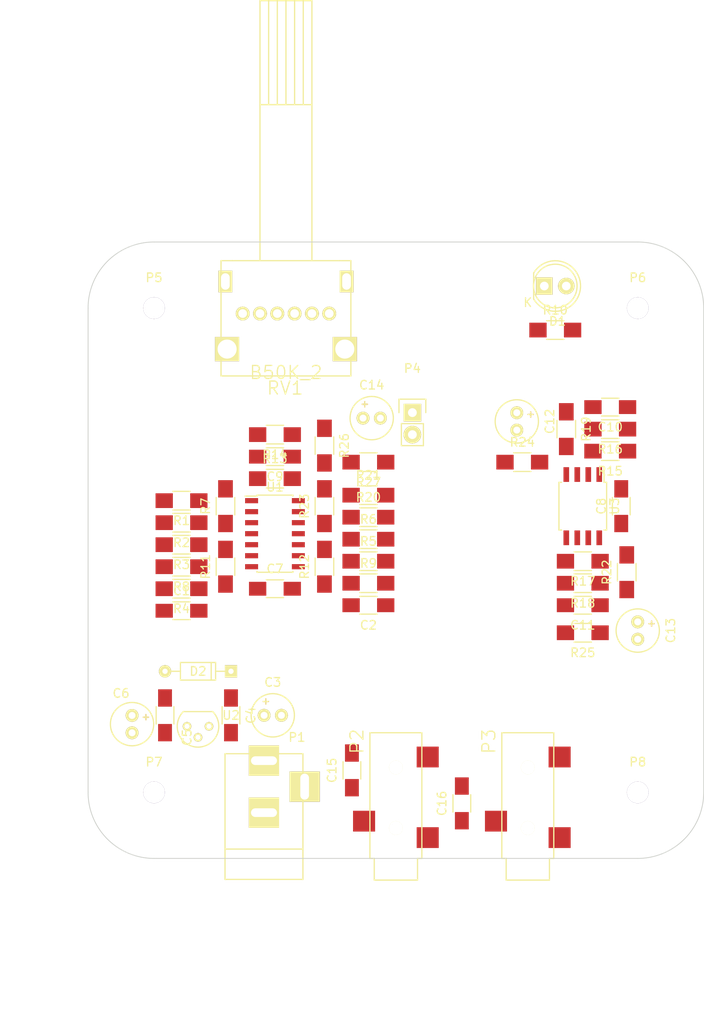
<source format=kicad_pcb>
(kicad_pcb (version 4) (host pcbnew "(2015-01-16 BZR 5376)-product")

  (general
    (links 97)
    (no_connects 97)
    (area 16.459999 18.999999 87.680001 90.220001)
    (thickness 1.6)
    (drawings 10)
    (tracks 0)
    (zones 0)
    (modules 57)
    (nets 40)
  )

  (page A4)
  (title_block
    (title "Stereo Azimuth Corrector")
    (date "Thursday, July 09, 2015")
    (rev 0.0.0)
    (company "Ali Kocaturk")
  )

  (layers
    (0 F.Cu signal)
    (31 B.Cu signal)
    (32 B.Adhes user)
    (33 F.Adhes user)
    (34 B.Paste user)
    (35 F.Paste user)
    (36 B.SilkS user)
    (37 F.SilkS user)
    (38 B.Mask user)
    (39 F.Mask user)
    (40 Dwgs.User user)
    (41 Cmts.User user)
    (42 Eco1.User user)
    (43 Eco2.User user)
    (44 Edge.Cuts user)
    (45 Margin user)
    (46 B.CrtYd user)
    (47 F.CrtYd user)
    (48 B.Fab user)
    (49 F.Fab user)
  )

  (setup
    (last_trace_width 0.254)
    (user_trace_width 0.254)
    (user_trace_width 0.762)
    (trace_clearance 0.254)
    (zone_clearance 0.508)
    (zone_45_only no)
    (trace_min 0.254)
    (segment_width 0.2)
    (edge_width 0.1)
    (via_size 0.889)
    (via_drill 0.635)
    (via_min_size 0.889)
    (via_min_drill 0.508)
    (uvia_size 0.508)
    (uvia_drill 0.127)
    (uvias_allowed no)
    (uvia_min_size 0.508)
    (uvia_min_drill 0.127)
    (pcb_text_width 0.3)
    (pcb_text_size 1.5 1.5)
    (mod_edge_width 0.15)
    (mod_text_size 1 1)
    (mod_text_width 0.15)
    (pad_size 1.4224 1.4224)
    (pad_drill 0.6096)
    (pad_to_mask_clearance 0)
    (aux_axis_origin 0 0)
    (visible_elements 7FFFFF7F)
    (pcbplotparams
      (layerselection 0x00030_80000001)
      (usegerberextensions false)
      (excludeedgelayer true)
      (linewidth 0.100000)
      (plotframeref false)
      (viasonmask false)
      (mode 1)
      (useauxorigin false)
      (hpglpennumber 1)
      (hpglpenspeed 20)
      (hpglpendiameter 15)
      (hpglpenoverlay 2)
      (psnegative false)
      (psa4output false)
      (plotreference true)
      (plotvalue true)
      (plotinvisibletext false)
      (padsonsilk false)
      (subtractmaskfromsilk false)
      (outputformat 1)
      (mirror false)
      (drillshape 1)
      (scaleselection 1)
      (outputdirectory ""))
  )

  (net 0 "")
  (net 1 "Net-(C1-Pad1)")
  (net 2 GND)
  (net 3 "Net-(C2-Pad1)")
  (net 4 "Net-(C3-Pad1)")
  (net 5 VCC)
  (net 6 /VirtualGND)
  (net 7 "Net-(C10-Pad1)")
  (net 8 "Net-(C11-Pad1)")
  (net 9 "Net-(C12-Pad1)")
  (net 10 /~L'~_out)
  (net 11 "Net-(C13-Pad1)")
  (net 12 /~R'~_out)
  (net 13 "Net-(C14-Pad1)")
  (net 14 /L'+R')
  (net 15 "Net-(C15-Pad1)")
  (net 16 /R_in)
  (net 17 "Net-(C16-Pad1)")
  (net 18 /L_in)
  (net 19 "Net-(D1-Pad1)")
  (net 20 "Net-(R1-Pad1)")
  (net 21 "Net-(R3-Pad1)")
  (net 22 "Net-(R11-Pad2)")
  (net 23 "Net-(R5-Pad1)")
  (net 24 "Net-(R12-Pad2)")
  (net 25 /~L+R)
  (net 26 /~L-R)
  (net 27 /L-R)
  (net 28 "Net-(R15-Pad1)")
  (net 29 "Net-(R15-Pad2)")
  (net 30 "Net-(R17-Pad1)")
  (net 31 "Net-(R17-Pad2)")
  (net 32 "Net-(R20-Pad1)")
  (net 33 "Net-(R23-Pad2)")
  (net 34 "Net-(RV1-Pad2)")
  (net 35 "Net-(RV1-Pad5)")
  (net 36 "Net-(P5-Pad1)")
  (net 37 "Net-(P6-Pad1)")
  (net 38 "Net-(P7-Pad1)")
  (net 39 "Net-(P8-Pad1)")

  (net_class Default "This is the default net class."
    (clearance 0.254)
    (trace_width 0.254)
    (via_dia 0.889)
    (via_drill 0.635)
    (uvia_dia 0.508)
    (uvia_drill 0.127)
    (add_net /L'+R')
    (add_net /L-R)
    (add_net /L_in)
    (add_net /R_in)
    (add_net /VirtualGND)
    (add_net /~L'~_out)
    (add_net /~L+R)
    (add_net /~L-R)
    (add_net /~R'~_out)
    (add_net "Net-(C1-Pad1)")
    (add_net "Net-(C10-Pad1)")
    (add_net "Net-(C11-Pad1)")
    (add_net "Net-(C12-Pad1)")
    (add_net "Net-(C13-Pad1)")
    (add_net "Net-(C14-Pad1)")
    (add_net "Net-(C15-Pad1)")
    (add_net "Net-(C16-Pad1)")
    (add_net "Net-(C2-Pad1)")
    (add_net "Net-(C3-Pad1)")
    (add_net "Net-(D1-Pad1)")
    (add_net "Net-(P5-Pad1)")
    (add_net "Net-(P6-Pad1)")
    (add_net "Net-(P7-Pad1)")
    (add_net "Net-(P8-Pad1)")
    (add_net "Net-(R1-Pad1)")
    (add_net "Net-(R11-Pad2)")
    (add_net "Net-(R12-Pad2)")
    (add_net "Net-(R15-Pad1)")
    (add_net "Net-(R15-Pad2)")
    (add_net "Net-(R17-Pad1)")
    (add_net "Net-(R17-Pad2)")
    (add_net "Net-(R20-Pad1)")
    (add_net "Net-(R23-Pad2)")
    (add_net "Net-(R3-Pad1)")
    (add_net "Net-(R5-Pad1)")
    (add_net "Net-(RV1-Pad2)")
    (add_net "Net-(RV1-Pad5)")
  )

  (net_class Power ""
    (clearance 0.254)
    (trace_width 0.762)
    (via_dia 0.889)
    (via_drill 0.635)
    (uvia_dia 0.508)
    (uvia_drill 0.127)
    (add_net GND)
    (add_net VCC)
  )

  (module Capacitors_SMD:C_1206_HandSoldering placed (layer F.Cu) (tedit 541A9C03) (tstamp 559DDE4F)
    (at 27.305 61.595)
    (descr "Capacitor SMD 1206, hand soldering")
    (tags "capacitor 1206")
    (path /559C17AB)
    (attr smd)
    (fp_text reference C1 (at 0 -2.3) (layer F.SilkS)
      (effects (font (size 1 1) (thickness 0.15)))
    )
    (fp_text value 470n (at 0 2.3) (layer F.Fab)
      (effects (font (size 1 1) (thickness 0.15)))
    )
    (fp_line (start -3.3 -1.15) (end 3.3 -1.15) (layer F.CrtYd) (width 0.05))
    (fp_line (start -3.3 1.15) (end 3.3 1.15) (layer F.CrtYd) (width 0.05))
    (fp_line (start -3.3 -1.15) (end -3.3 1.15) (layer F.CrtYd) (width 0.05))
    (fp_line (start 3.3 -1.15) (end 3.3 1.15) (layer F.CrtYd) (width 0.05))
    (fp_line (start 1 -1.025) (end -1 -1.025) (layer F.SilkS) (width 0.15))
    (fp_line (start -1 1.025) (end 1 1.025) (layer F.SilkS) (width 0.15))
    (pad 1 smd rect (at -2 0) (size 2 1.6) (layers F.Cu F.Paste F.Mask)
      (net 1 "Net-(C1-Pad1)"))
    (pad 2 smd rect (at 2 0) (size 2 1.6) (layers F.Cu F.Paste F.Mask)
      (net 2 GND))
    (model Capacitors_SMD.3dshapes/C_1206_HandSoldering.wrl
      (at (xyz 0 0 0))
      (scale (xyz 1 1 1))
      (rotate (xyz 0 0 0))
    )
  )

  (module Capacitors_SMD:C_1206_HandSoldering placed (layer F.Cu) (tedit 541A9C03) (tstamp 559DDE48)
    (at 48.895 60.96 180)
    (descr "Capacitor SMD 1206, hand soldering")
    (tags "capacitor 1206")
    (path /559C2218)
    (attr smd)
    (fp_text reference C2 (at 0 -2.3 180) (layer F.SilkS)
      (effects (font (size 1 1) (thickness 0.15)))
    )
    (fp_text value 470n (at 0 2.3 180) (layer F.Fab)
      (effects (font (size 1 1) (thickness 0.15)))
    )
    (fp_line (start -3.3 -1.15) (end 3.3 -1.15) (layer F.CrtYd) (width 0.05))
    (fp_line (start -3.3 1.15) (end 3.3 1.15) (layer F.CrtYd) (width 0.05))
    (fp_line (start -3.3 -1.15) (end -3.3 1.15) (layer F.CrtYd) (width 0.05))
    (fp_line (start 3.3 -1.15) (end 3.3 1.15) (layer F.CrtYd) (width 0.05))
    (fp_line (start 1 -1.025) (end -1 -1.025) (layer F.SilkS) (width 0.15))
    (fp_line (start -1 1.025) (end 1 1.025) (layer F.SilkS) (width 0.15))
    (pad 1 smd rect (at -2 0 180) (size 2 1.6) (layers F.Cu F.Paste F.Mask)
      (net 3 "Net-(C2-Pad1)"))
    (pad 2 smd rect (at 2 0 180) (size 2 1.6) (layers F.Cu F.Paste F.Mask)
      (net 2 GND))
    (model Capacitors_SMD.3dshapes/C_1206_HandSoldering.wrl
      (at (xyz 0 0 0))
      (scale (xyz 1 1 1))
      (rotate (xyz 0 0 0))
    )
  )

  (module Capacitors_Elko_ThroughHole:Elko_vert_11x5mm_RM2 locked placed (layer F.Cu) (tedit 5454A250) (tstamp 559DDED2)
    (at 36.83 73.66)
    (descr "Electrolytic Capacitor, vertical, diameter 5mm, RM 2mm, radial,")
    (tags "Electrolytic Capacitor, vertical, diameter 5mm,  radial, RM 2mm, Elko, Electrolytkondensator, Kondensator gepolt, Durchmesser 5mm")
    (path /559E6A04)
    (fp_text reference C3 (at 1.016 -3.81) (layer F.SilkS)
      (effects (font (size 1 1) (thickness 0.15)))
    )
    (fp_text value 10u (at 1.016 5.08) (layer F.Fab)
      (effects (font (size 1 1) (thickness 0.15)))
    )
    (fp_line (start 0.2159 -1.89992) (end 0.2159 -1.30048) (layer F.SilkS) (width 0.15))
    (fp_line (start -0.08382 -1.6002) (end 0.51562 -1.6002) (layer F.SilkS) (width 0.15))
    (fp_line (start 0.2159 -1.6002) (end 0.2159 -1.30048) (layer F.Cu) (width 0.15))
    (fp_line (start 0.2159 -1.6002) (end 0.51562 -1.6002) (layer F.Cu) (width 0.15))
    (fp_line (start -0.08382 -1.6002) (end 0.2159 -1.6002) (layer F.Cu) (width 0.15))
    (fp_line (start 0.2159 -1.6002) (end 0.2159 -1.89992) (layer F.Cu) (width 0.15))
    (fp_circle (center 1.016 0) (end 3.51536 0) (layer F.SilkS) (width 0.15))
    (pad 1 thru_hole circle (at 0.01524 0) (size 1.48082 1.48082) (drill 0.8001) (layers *.Cu *.Mask F.SilkS)
      (net 4 "Net-(C3-Pad1)"))
    (pad 2 thru_hole circle (at 2.01676 0) (size 1.48082 1.48082) (drill 0.8001) (layers *.Cu *.Mask F.SilkS)
      (net 2 GND))
    (model Capacitors_Elko_ThroughHole.3dshapes/Elko_vert_11x5mm_RM2.wrl
      (at (xyz 0 0 0))
      (scale (xyz 1 1 1))
      (rotate (xyz 0 0 0))
    )
  )

  (module Capacitors_SMD:C_1206_HandSoldering locked placed (layer F.Cu) (tedit 541A9C03) (tstamp 559DDE3A)
    (at 33.02 73.66 270)
    (descr "Capacitor SMD 1206, hand soldering")
    (tags "capacitor 1206")
    (path /559E8C7C)
    (attr smd)
    (fp_text reference C4 (at 0 -2.3 270) (layer F.SilkS)
      (effects (font (size 1 1) (thickness 0.15)))
    )
    (fp_text value 100n (at 0 2.3 270) (layer F.Fab)
      (effects (font (size 1 1) (thickness 0.15)))
    )
    (fp_line (start -3.3 -1.15) (end 3.3 -1.15) (layer F.CrtYd) (width 0.05))
    (fp_line (start -3.3 1.15) (end 3.3 1.15) (layer F.CrtYd) (width 0.05))
    (fp_line (start -3.3 -1.15) (end -3.3 1.15) (layer F.CrtYd) (width 0.05))
    (fp_line (start 3.3 -1.15) (end 3.3 1.15) (layer F.CrtYd) (width 0.05))
    (fp_line (start 1 -1.025) (end -1 -1.025) (layer F.SilkS) (width 0.15))
    (fp_line (start -1 1.025) (end 1 1.025) (layer F.SilkS) (width 0.15))
    (pad 1 smd rect (at -2 0 270) (size 2 1.6) (layers F.Cu F.Paste F.Mask)
      (net 4 "Net-(C3-Pad1)"))
    (pad 2 smd rect (at 2 0 270) (size 2 1.6) (layers F.Cu F.Paste F.Mask)
      (net 2 GND))
    (model Capacitors_SMD.3dshapes/C_1206_HandSoldering.wrl
      (at (xyz 0 0 0))
      (scale (xyz 1 1 1))
      (rotate (xyz 0 0 0))
    )
  )

  (module Capacitors_SMD:C_1206_HandSoldering locked placed (layer F.Cu) (tedit 559E190A) (tstamp 559DDE33)
    (at 25.4 73.66 270)
    (descr "Capacitor SMD 1206, hand soldering")
    (tags "capacitor 1206")
    (path /559E577D)
    (attr smd)
    (fp_text reference C5 (at 2.54 -2.54 270) (layer F.SilkS)
      (effects (font (size 1 1) (thickness 0.15)))
    )
    (fp_text value 100n (at -5.08 0 360) (layer F.Fab)
      (effects (font (size 1 1) (thickness 0.15)))
    )
    (fp_line (start -3.3 -1.15) (end 3.3 -1.15) (layer F.CrtYd) (width 0.05))
    (fp_line (start -3.3 1.15) (end 3.3 1.15) (layer F.CrtYd) (width 0.05))
    (fp_line (start -3.3 -1.15) (end -3.3 1.15) (layer F.CrtYd) (width 0.05))
    (fp_line (start 3.3 -1.15) (end 3.3 1.15) (layer F.CrtYd) (width 0.05))
    (fp_line (start 1 -1.025) (end -1 -1.025) (layer F.SilkS) (width 0.15))
    (fp_line (start -1 1.025) (end 1 1.025) (layer F.SilkS) (width 0.15))
    (pad 1 smd rect (at -2 0 270) (size 2 1.6) (layers F.Cu F.Paste F.Mask)
      (net 5 VCC))
    (pad 2 smd rect (at 2 0 270) (size 2 1.6) (layers F.Cu F.Paste F.Mask)
      (net 2 GND))
    (model Capacitors_SMD.3dshapes/C_1206_HandSoldering.wrl
      (at (xyz 0 0 0))
      (scale (xyz 1 1 1))
      (rotate (xyz 0 0 0))
    )
  )

  (module Capacitors_Elko_ThroughHole:Elko_vert_11x5mm_RM2 locked placed (layer F.Cu) (tedit 559E1923) (tstamp 559DDE2C)
    (at 21.59 73.66 270)
    (descr "Electrolytic Capacitor, vertical, diameter 5mm, RM 2mm, radial,")
    (tags "Electrolytic Capacitor, vertical, diameter 5mm,  radial, RM 2mm, Elko, Electrolytkondensator, Kondensator gepolt, Durchmesser 5mm")
    (path /559E7045)
    (fp_text reference C6 (at -2.54 1.27 360) (layer F.SilkS)
      (effects (font (size 1 1) (thickness 0.15)))
    )
    (fp_text value 10u (at -2.54 -1.27 360) (layer F.Fab)
      (effects (font (size 1 1) (thickness 0.15)))
    )
    (fp_line (start 0.2159 -1.89992) (end 0.2159 -1.30048) (layer F.SilkS) (width 0.15))
    (fp_line (start -0.08382 -1.6002) (end 0.51562 -1.6002) (layer F.SilkS) (width 0.15))
    (fp_line (start 0.2159 -1.6002) (end 0.2159 -1.30048) (layer F.Cu) (width 0.15))
    (fp_line (start 0.2159 -1.6002) (end 0.51562 -1.6002) (layer F.Cu) (width 0.15))
    (fp_line (start -0.08382 -1.6002) (end 0.2159 -1.6002) (layer F.Cu) (width 0.15))
    (fp_line (start 0.2159 -1.6002) (end 0.2159 -1.89992) (layer F.Cu) (width 0.15))
    (fp_circle (center 1.016 0) (end 3.51536 0) (layer F.SilkS) (width 0.15))
    (pad 1 thru_hole circle (at 0.01524 0 270) (size 1.48082 1.48082) (drill 0.8001) (layers *.Cu *.Mask F.SilkS)
      (net 5 VCC))
    (pad 2 thru_hole circle (at 2.01676 0 270) (size 1.48082 1.48082) (drill 0.8001) (layers *.Cu *.Mask F.SilkS)
      (net 2 GND))
    (model Capacitors_Elko_ThroughHole.3dshapes/Elko_vert_11x5mm_RM2.wrl
      (at (xyz 0 0 0))
      (scale (xyz 1 1 1))
      (rotate (xyz 0 0 0))
    )
  )

  (module Capacitors_SMD:C_1206_HandSoldering placed (layer F.Cu) (tedit 541A9C03) (tstamp 559DDE25)
    (at 38.1 59.055)
    (descr "Capacitor SMD 1206, hand soldering")
    (tags "capacitor 1206")
    (path /559D01A6)
    (attr smd)
    (fp_text reference C7 (at 0 -2.3) (layer F.SilkS)
      (effects (font (size 1 1) (thickness 0.15)))
    )
    (fp_text value 100n (at 0 2.3) (layer F.Fab)
      (effects (font (size 1 1) (thickness 0.15)))
    )
    (fp_line (start -3.3 -1.15) (end 3.3 -1.15) (layer F.CrtYd) (width 0.05))
    (fp_line (start -3.3 1.15) (end 3.3 1.15) (layer F.CrtYd) (width 0.05))
    (fp_line (start -3.3 -1.15) (end -3.3 1.15) (layer F.CrtYd) (width 0.05))
    (fp_line (start 3.3 -1.15) (end 3.3 1.15) (layer F.CrtYd) (width 0.05))
    (fp_line (start 1 -1.025) (end -1 -1.025) (layer F.SilkS) (width 0.15))
    (fp_line (start -1 1.025) (end 1 1.025) (layer F.SilkS) (width 0.15))
    (pad 1 smd rect (at -2 0) (size 2 1.6) (layers F.Cu F.Paste F.Mask)
      (net 5 VCC))
    (pad 2 smd rect (at 2 0) (size 2 1.6) (layers F.Cu F.Paste F.Mask)
      (net 2 GND))
    (model Capacitors_SMD.3dshapes/C_1206_HandSoldering.wrl
      (at (xyz 0 0 0))
      (scale (xyz 1 1 1))
      (rotate (xyz 0 0 0))
    )
  )

  (module Capacitors_SMD:C_1206_HandSoldering placed (layer F.Cu) (tedit 541A9C03) (tstamp 559EB76D)
    (at 78.105 49.53 90)
    (descr "Capacitor SMD 1206, hand soldering")
    (tags "capacitor 1206")
    (path /559CF370)
    (attr smd)
    (fp_text reference C8 (at 0 -2.3 90) (layer F.SilkS)
      (effects (font (size 1 1) (thickness 0.15)))
    )
    (fp_text value 100n (at 0 2.3 90) (layer F.Fab)
      (effects (font (size 1 1) (thickness 0.15)))
    )
    (fp_line (start -3.3 -1.15) (end 3.3 -1.15) (layer F.CrtYd) (width 0.05))
    (fp_line (start -3.3 1.15) (end 3.3 1.15) (layer F.CrtYd) (width 0.05))
    (fp_line (start -3.3 -1.15) (end -3.3 1.15) (layer F.CrtYd) (width 0.05))
    (fp_line (start 3.3 -1.15) (end 3.3 1.15) (layer F.CrtYd) (width 0.05))
    (fp_line (start 1 -1.025) (end -1 -1.025) (layer F.SilkS) (width 0.15))
    (fp_line (start -1 1.025) (end 1 1.025) (layer F.SilkS) (width 0.15))
    (pad 1 smd rect (at -2 0 90) (size 2 1.6) (layers F.Cu F.Paste F.Mask)
      (net 5 VCC))
    (pad 2 smd rect (at 2 0 90) (size 2 1.6) (layers F.Cu F.Paste F.Mask)
      (net 2 GND))
    (model Capacitors_SMD.3dshapes/C_1206_HandSoldering.wrl
      (at (xyz 0 0 0))
      (scale (xyz 1 1 1))
      (rotate (xyz 0 0 0))
    )
  )

  (module Capacitors_SMD:C_1206_HandSoldering placed (layer F.Cu) (tedit 541A9C03) (tstamp 559DDE17)
    (at 38.1 43.815 180)
    (descr "Capacitor SMD 1206, hand soldering")
    (tags "capacitor 1206")
    (path /559CE4FF)
    (attr smd)
    (fp_text reference C9 (at 0 -2.3 180) (layer F.SilkS)
      (effects (font (size 1 1) (thickness 0.15)))
    )
    (fp_text value 470n (at 0 2.3 180) (layer F.Fab)
      (effects (font (size 1 1) (thickness 0.15)))
    )
    (fp_line (start -3.3 -1.15) (end 3.3 -1.15) (layer F.CrtYd) (width 0.05))
    (fp_line (start -3.3 1.15) (end 3.3 1.15) (layer F.CrtYd) (width 0.05))
    (fp_line (start -3.3 -1.15) (end -3.3 1.15) (layer F.CrtYd) (width 0.05))
    (fp_line (start 3.3 -1.15) (end 3.3 1.15) (layer F.CrtYd) (width 0.05))
    (fp_line (start 1 -1.025) (end -1 -1.025) (layer F.SilkS) (width 0.15))
    (fp_line (start -1 1.025) (end 1 1.025) (layer F.SilkS) (width 0.15))
    (pad 1 smd rect (at -2 0 180) (size 2 1.6) (layers F.Cu F.Paste F.Mask)
      (net 6 /VirtualGND))
    (pad 2 smd rect (at 2 0 180) (size 2 1.6) (layers F.Cu F.Paste F.Mask)
      (net 2 GND))
    (model Capacitors_SMD.3dshapes/C_1206_HandSoldering.wrl
      (at (xyz 0 0 0))
      (scale (xyz 1 1 1))
      (rotate (xyz 0 0 0))
    )
  )

  (module Capacitors_SMD:C_1206_HandSoldering placed (layer F.Cu) (tedit 541A9C03) (tstamp 559EB760)
    (at 76.835 38.1 180)
    (descr "Capacitor SMD 1206, hand soldering")
    (tags "capacitor 1206")
    (path /559C3CA3)
    (attr smd)
    (fp_text reference C10 (at 0 -2.3 180) (layer F.SilkS)
      (effects (font (size 1 1) (thickness 0.15)))
    )
    (fp_text value 470n (at 0 2.3 180) (layer F.Fab)
      (effects (font (size 1 1) (thickness 0.15)))
    )
    (fp_line (start -3.3 -1.15) (end 3.3 -1.15) (layer F.CrtYd) (width 0.05))
    (fp_line (start -3.3 1.15) (end 3.3 1.15) (layer F.CrtYd) (width 0.05))
    (fp_line (start -3.3 -1.15) (end -3.3 1.15) (layer F.CrtYd) (width 0.05))
    (fp_line (start 3.3 -1.15) (end 3.3 1.15) (layer F.CrtYd) (width 0.05))
    (fp_line (start 1 -1.025) (end -1 -1.025) (layer F.SilkS) (width 0.15))
    (fp_line (start -1 1.025) (end 1 1.025) (layer F.SilkS) (width 0.15))
    (pad 1 smd rect (at -2 0 180) (size 2 1.6) (layers F.Cu F.Paste F.Mask)
      (net 7 "Net-(C10-Pad1)"))
    (pad 2 smd rect (at 2 0 180) (size 2 1.6) (layers F.Cu F.Paste F.Mask)
      (net 2 GND))
    (model Capacitors_SMD.3dshapes/C_1206_HandSoldering.wrl
      (at (xyz 0 0 0))
      (scale (xyz 1 1 1))
      (rotate (xyz 0 0 0))
    )
  )

  (module Capacitors_SMD:C_1206_HandSoldering placed (layer F.Cu) (tedit 541A9C03) (tstamp 559DDE09)
    (at 73.66 60.96 180)
    (descr "Capacitor SMD 1206, hand soldering")
    (tags "capacitor 1206")
    (path /559C4F90)
    (attr smd)
    (fp_text reference C11 (at 0 -2.3 180) (layer F.SilkS)
      (effects (font (size 1 1) (thickness 0.15)))
    )
    (fp_text value 470n (at 0 2.3 180) (layer F.Fab)
      (effects (font (size 1 1) (thickness 0.15)))
    )
    (fp_line (start -3.3 -1.15) (end 3.3 -1.15) (layer F.CrtYd) (width 0.05))
    (fp_line (start -3.3 1.15) (end 3.3 1.15) (layer F.CrtYd) (width 0.05))
    (fp_line (start -3.3 -1.15) (end -3.3 1.15) (layer F.CrtYd) (width 0.05))
    (fp_line (start 3.3 -1.15) (end 3.3 1.15) (layer F.CrtYd) (width 0.05))
    (fp_line (start 1 -1.025) (end -1 -1.025) (layer F.SilkS) (width 0.15))
    (fp_line (start -1 1.025) (end 1 1.025) (layer F.SilkS) (width 0.15))
    (pad 1 smd rect (at -2 0 180) (size 2 1.6) (layers F.Cu F.Paste F.Mask)
      (net 8 "Net-(C11-Pad1)"))
    (pad 2 smd rect (at 2 0 180) (size 2 1.6) (layers F.Cu F.Paste F.Mask)
      (net 2 GND))
    (model Capacitors_SMD.3dshapes/C_1206_HandSoldering.wrl
      (at (xyz 0 0 0))
      (scale (xyz 1 1 1))
      (rotate (xyz 0 0 0))
    )
  )

  (module Capacitors_Elko_ThroughHole:Elko_vert_11x5mm_RM2 placed (layer F.Cu) (tedit 5454A250) (tstamp 559DDE02)
    (at 66.04 38.735 270)
    (descr "Electrolytic Capacitor, vertical, diameter 5mm, RM 2mm, radial,")
    (tags "Electrolytic Capacitor, vertical, diameter 5mm,  radial, RM 2mm, Elko, Electrolytkondensator, Kondensator gepolt, Durchmesser 5mm")
    (path /559E7A32)
    (fp_text reference C12 (at 1.016 -3.81 270) (layer F.SilkS)
      (effects (font (size 1 1) (thickness 0.15)))
    )
    (fp_text value 10u (at 1.016 5.08 270) (layer F.Fab)
      (effects (font (size 1 1) (thickness 0.15)))
    )
    (fp_line (start 0.2159 -1.89992) (end 0.2159 -1.30048) (layer F.SilkS) (width 0.15))
    (fp_line (start -0.08382 -1.6002) (end 0.51562 -1.6002) (layer F.SilkS) (width 0.15))
    (fp_line (start 0.2159 -1.6002) (end 0.2159 -1.30048) (layer F.Cu) (width 0.15))
    (fp_line (start 0.2159 -1.6002) (end 0.51562 -1.6002) (layer F.Cu) (width 0.15))
    (fp_line (start -0.08382 -1.6002) (end 0.2159 -1.6002) (layer F.Cu) (width 0.15))
    (fp_line (start 0.2159 -1.6002) (end 0.2159 -1.89992) (layer F.Cu) (width 0.15))
    (fp_circle (center 1.016 0) (end 3.51536 0) (layer F.SilkS) (width 0.15))
    (pad 1 thru_hole circle (at 0.01524 0 270) (size 1.48082 1.48082) (drill 0.8001) (layers *.Cu *.Mask F.SilkS)
      (net 9 "Net-(C12-Pad1)"))
    (pad 2 thru_hole circle (at 2.01676 0 270) (size 1.48082 1.48082) (drill 0.8001) (layers *.Cu *.Mask F.SilkS)
      (net 10 /~L'~_out))
    (model Capacitors_Elko_ThroughHole.3dshapes/Elko_vert_11x5mm_RM2.wrl
      (at (xyz 0 0 0))
      (scale (xyz 1 1 1))
      (rotate (xyz 0 0 0))
    )
  )

  (module Capacitors_Elko_ThroughHole:Elko_vert_11x5mm_RM2 placed (layer F.Cu) (tedit 5454A250) (tstamp 559DDDFB)
    (at 80.01 62.865 270)
    (descr "Electrolytic Capacitor, vertical, diameter 5mm, RM 2mm, radial,")
    (tags "Electrolytic Capacitor, vertical, diameter 5mm,  radial, RM 2mm, Elko, Electrolytkondensator, Kondensator gepolt, Durchmesser 5mm")
    (path /559E71DB)
    (fp_text reference C13 (at 1.016 -3.81 270) (layer F.SilkS)
      (effects (font (size 1 1) (thickness 0.15)))
    )
    (fp_text value 10u (at 1.016 5.08 270) (layer F.Fab)
      (effects (font (size 1 1) (thickness 0.15)))
    )
    (fp_line (start 0.2159 -1.89992) (end 0.2159 -1.30048) (layer F.SilkS) (width 0.15))
    (fp_line (start -0.08382 -1.6002) (end 0.51562 -1.6002) (layer F.SilkS) (width 0.15))
    (fp_line (start 0.2159 -1.6002) (end 0.2159 -1.30048) (layer F.Cu) (width 0.15))
    (fp_line (start 0.2159 -1.6002) (end 0.51562 -1.6002) (layer F.Cu) (width 0.15))
    (fp_line (start -0.08382 -1.6002) (end 0.2159 -1.6002) (layer F.Cu) (width 0.15))
    (fp_line (start 0.2159 -1.6002) (end 0.2159 -1.89992) (layer F.Cu) (width 0.15))
    (fp_circle (center 1.016 0) (end 3.51536 0) (layer F.SilkS) (width 0.15))
    (pad 1 thru_hole circle (at 0.01524 0 270) (size 1.48082 1.48082) (drill 0.8001) (layers *.Cu *.Mask F.SilkS)
      (net 11 "Net-(C13-Pad1)"))
    (pad 2 thru_hole circle (at 2.01676 0 270) (size 1.48082 1.48082) (drill 0.8001) (layers *.Cu *.Mask F.SilkS)
      (net 12 /~R'~_out))
    (model Capacitors_Elko_ThroughHole.3dshapes/Elko_vert_11x5mm_RM2.wrl
      (at (xyz 0 0 0))
      (scale (xyz 1 1 1))
      (rotate (xyz 0 0 0))
    )
  )

  (module Capacitors_Elko_ThroughHole:Elko_vert_11x5mm_RM2 placed (layer F.Cu) (tedit 5454A250) (tstamp 559DDDF4)
    (at 48.26 39.37)
    (descr "Electrolytic Capacitor, vertical, diameter 5mm, RM 2mm, radial,")
    (tags "Electrolytic Capacitor, vertical, diameter 5mm,  radial, RM 2mm, Elko, Electrolytkondensator, Kondensator gepolt, Durchmesser 5mm")
    (path /559E7799)
    (fp_text reference C14 (at 1.016 -3.81) (layer F.SilkS)
      (effects (font (size 1 1) (thickness 0.15)))
    )
    (fp_text value 10u (at 1.016 5.08) (layer F.Fab)
      (effects (font (size 1 1) (thickness 0.15)))
    )
    (fp_line (start 0.2159 -1.89992) (end 0.2159 -1.30048) (layer F.SilkS) (width 0.15))
    (fp_line (start -0.08382 -1.6002) (end 0.51562 -1.6002) (layer F.SilkS) (width 0.15))
    (fp_line (start 0.2159 -1.6002) (end 0.2159 -1.30048) (layer F.Cu) (width 0.15))
    (fp_line (start 0.2159 -1.6002) (end 0.51562 -1.6002) (layer F.Cu) (width 0.15))
    (fp_line (start -0.08382 -1.6002) (end 0.2159 -1.6002) (layer F.Cu) (width 0.15))
    (fp_line (start 0.2159 -1.6002) (end 0.2159 -1.89992) (layer F.Cu) (width 0.15))
    (fp_circle (center 1.016 0) (end 3.51536 0) (layer F.SilkS) (width 0.15))
    (pad 1 thru_hole circle (at 0.01524 0) (size 1.48082 1.48082) (drill 0.8001) (layers *.Cu *.Mask F.SilkS)
      (net 13 "Net-(C14-Pad1)"))
    (pad 2 thru_hole circle (at 2.01676 0) (size 1.48082 1.48082) (drill 0.8001) (layers *.Cu *.Mask F.SilkS)
      (net 14 /L'+R'))
    (model Capacitors_Elko_ThroughHole.3dshapes/Elko_vert_11x5mm_RM2.wrl
      (at (xyz 0 0 0))
      (scale (xyz 1 1 1))
      (rotate (xyz 0 0 0))
    )
  )

  (module Capacitors_SMD:C_1206_HandSoldering placed (layer F.Cu) (tedit 541A9C03) (tstamp 559DDDED)
    (at 46.99 80.01 90)
    (descr "Capacitor SMD 1206, hand soldering")
    (tags "capacitor 1206")
    (path /559DF243)
    (attr smd)
    (fp_text reference C15 (at 0 -2.3 90) (layer F.SilkS)
      (effects (font (size 1 1) (thickness 0.15)))
    )
    (fp_text value 470n (at 0 2.3 90) (layer F.Fab)
      (effects (font (size 1 1) (thickness 0.15)))
    )
    (fp_line (start -3.3 -1.15) (end 3.3 -1.15) (layer F.CrtYd) (width 0.05))
    (fp_line (start -3.3 1.15) (end 3.3 1.15) (layer F.CrtYd) (width 0.05))
    (fp_line (start -3.3 -1.15) (end -3.3 1.15) (layer F.CrtYd) (width 0.05))
    (fp_line (start 3.3 -1.15) (end 3.3 1.15) (layer F.CrtYd) (width 0.05))
    (fp_line (start 1 -1.025) (end -1 -1.025) (layer F.SilkS) (width 0.15))
    (fp_line (start -1 1.025) (end 1 1.025) (layer F.SilkS) (width 0.15))
    (pad 1 smd rect (at -2 0 90) (size 2 1.6) (layers F.Cu F.Paste F.Mask)
      (net 15 "Net-(C15-Pad1)"))
    (pad 2 smd rect (at 2 0 90) (size 2 1.6) (layers F.Cu F.Paste F.Mask)
      (net 16 /R_in))
    (model Capacitors_SMD.3dshapes/C_1206_HandSoldering.wrl
      (at (xyz 0 0 0))
      (scale (xyz 1 1 1))
      (rotate (xyz 0 0 0))
    )
  )

  (module Capacitors_SMD:C_1206_HandSoldering placed (layer F.Cu) (tedit 541A9C03) (tstamp 559DDDE6)
    (at 59.69 83.82 90)
    (descr "Capacitor SMD 1206, hand soldering")
    (tags "capacitor 1206")
    (path /559DFCDA)
    (attr smd)
    (fp_text reference C16 (at 0 -2.3 90) (layer F.SilkS)
      (effects (font (size 1 1) (thickness 0.15)))
    )
    (fp_text value 470n (at 0 2.3 90) (layer F.Fab)
      (effects (font (size 1 1) (thickness 0.15)))
    )
    (fp_line (start -3.3 -1.15) (end 3.3 -1.15) (layer F.CrtYd) (width 0.05))
    (fp_line (start -3.3 1.15) (end 3.3 1.15) (layer F.CrtYd) (width 0.05))
    (fp_line (start -3.3 -1.15) (end -3.3 1.15) (layer F.CrtYd) (width 0.05))
    (fp_line (start 3.3 -1.15) (end 3.3 1.15) (layer F.CrtYd) (width 0.05))
    (fp_line (start 1 -1.025) (end -1 -1.025) (layer F.SilkS) (width 0.15))
    (fp_line (start -1 1.025) (end 1 1.025) (layer F.SilkS) (width 0.15))
    (pad 1 smd rect (at -2 0 90) (size 2 1.6) (layers F.Cu F.Paste F.Mask)
      (net 17 "Net-(C16-Pad1)"))
    (pad 2 smd rect (at 2 0 90) (size 2 1.6) (layers F.Cu F.Paste F.Mask)
      (net 18 /L_in))
    (model Capacitors_SMD.3dshapes/C_1206_HandSoldering.wrl
      (at (xyz 0 0 0))
      (scale (xyz 1 1 1))
      (rotate (xyz 0 0 0))
    )
  )

  (module Pin_Headers:Pin_Header_Straight_1x02 placed (layer F.Cu) (tedit 54EA090C) (tstamp 559DDDCC)
    (at 53.975 38.735)
    (descr "Through hole pin header")
    (tags "pin header")
    (path /559F3042)
    (fp_text reference P4 (at 0 -5.1) (layer F.SilkS)
      (effects (font (size 1 1) (thickness 0.15)))
    )
    (fp_text value MONO_OUT (at 0 -3.1) (layer F.Fab)
      (effects (font (size 1 1) (thickness 0.15)))
    )
    (fp_line (start 1.27 1.27) (end 1.27 3.81) (layer F.SilkS) (width 0.15))
    (fp_line (start 1.55 -1.55) (end 1.55 0) (layer F.SilkS) (width 0.15))
    (fp_line (start -1.75 -1.75) (end -1.75 4.3) (layer F.CrtYd) (width 0.05))
    (fp_line (start 1.75 -1.75) (end 1.75 4.3) (layer F.CrtYd) (width 0.05))
    (fp_line (start -1.75 -1.75) (end 1.75 -1.75) (layer F.CrtYd) (width 0.05))
    (fp_line (start -1.75 4.3) (end 1.75 4.3) (layer F.CrtYd) (width 0.05))
    (fp_line (start 1.27 1.27) (end -1.27 1.27) (layer F.SilkS) (width 0.15))
    (fp_line (start -1.55 0) (end -1.55 -1.55) (layer F.SilkS) (width 0.15))
    (fp_line (start -1.55 -1.55) (end 1.55 -1.55) (layer F.SilkS) (width 0.15))
    (fp_line (start -1.27 1.27) (end -1.27 3.81) (layer F.SilkS) (width 0.15))
    (fp_line (start -1.27 3.81) (end 1.27 3.81) (layer F.SilkS) (width 0.15))
    (pad 1 thru_hole rect (at 0 0) (size 2.032 2.032) (drill 1.016) (layers *.Cu *.Mask F.SilkS)
      (net 2 GND))
    (pad 2 thru_hole oval (at 0 2.54) (size 2.032 2.032) (drill 1.016) (layers *.Cu *.Mask F.SilkS)
      (net 14 /L'+R'))
    (model Pin_Headers.3dshapes/Pin_Header_Straight_1x02.wrl
      (at (xyz 0 -0.05 0))
      (scale (xyz 1 1 1))
      (rotate (xyz 0 0 90))
    )
  )

  (module Mounting_Holes:MountingHole_2-5mm locked (layer F.Cu) (tedit 559DD5E5) (tstamp 559DD733)
    (at 24.13 26.67)
    (descr "Mounting hole, Befestigungsbohrung, 2,5mm, No Annular, Kein Restring,")
    (tags "Mounting hole, Befestigungsbohrung, 2,5mm, No Annular, Kein Restring,")
    (path /559D4569)
    (fp_text reference P5 (at 0 -3.50012) (layer F.SilkS)
      (effects (font (size 1 1) (thickness 0.15)))
    )
    (fp_text value HOLE (at 0.09906 3.59918) (layer F.Fab)
      (effects (font (size 1 1) (thickness 0.15)))
    )
    (fp_circle (center 0 0) (end 2.5 0) (layer Cmts.User) (width 0.381))
    (pad 1 thru_hole circle (at 0 0) (size 2.5 2.5) (drill 2.5) (layers)
      (net 36 "Net-(P5-Pad1)"))
  )

  (module Mounting_Holes:MountingHole_2-5mm locked (layer F.Cu) (tedit 559DD5E5) (tstamp 559DD738)
    (at 80.01 26.67)
    (descr "Mounting hole, Befestigungsbohrung, 2,5mm, No Annular, Kein Restring,")
    (tags "Mounting hole, Befestigungsbohrung, 2,5mm, No Annular, Kein Restring,")
    (path /559D4E57)
    (fp_text reference P6 (at 0 -3.50012) (layer F.SilkS)
      (effects (font (size 1 1) (thickness 0.15)))
    )
    (fp_text value HOLE (at 0.09906 3.59918) (layer F.Fab)
      (effects (font (size 1 1) (thickness 0.15)))
    )
    (fp_circle (center 0 0) (end 2.5 0) (layer Cmts.User) (width 0.381))
    (pad 1 thru_hole circle (at 0 0) (size 2.5 2.5) (drill 2.5) (layers)
      (net 37 "Net-(P6-Pad1)"))
  )

  (module Mounting_Holes:MountingHole_2-5mm locked (layer F.Cu) (tedit 559DD5E5) (tstamp 559DD73D)
    (at 24.13 82.55)
    (descr "Mounting hole, Befestigungsbohrung, 2,5mm, No Annular, Kein Restring,")
    (tags "Mounting hole, Befestigungsbohrung, 2,5mm, No Annular, Kein Restring,")
    (path /559D4EAC)
    (fp_text reference P7 (at 0 -3.50012) (layer F.SilkS)
      (effects (font (size 1 1) (thickness 0.15)))
    )
    (fp_text value HOLE (at 0.09906 3.59918) (layer F.Fab)
      (effects (font (size 1 1) (thickness 0.15)))
    )
    (fp_circle (center 0 0) (end 2.5 0) (layer Cmts.User) (width 0.381))
    (pad 1 thru_hole circle (at 0 0) (size 2.5 2.5) (drill 2.5) (layers)
      (net 38 "Net-(P7-Pad1)"))
  )

  (module Mounting_Holes:MountingHole_2-5mm locked (layer F.Cu) (tedit 559DD5E5) (tstamp 559DD742)
    (at 80.01 82.55)
    (descr "Mounting hole, Befestigungsbohrung, 2,5mm, No Annular, Kein Restring,")
    (tags "Mounting hole, Befestigungsbohrung, 2,5mm, No Annular, Kein Restring,")
    (path /559D4F02)
    (fp_text reference P8 (at 0 -3.50012) (layer F.SilkS)
      (effects (font (size 1 1) (thickness 0.15)))
    )
    (fp_text value HOLE (at 0.09906 3.59918) (layer F.Fab)
      (effects (font (size 1 1) (thickness 0.15)))
    )
    (fp_circle (center 0 0) (end 2.5 0) (layer Cmts.User) (width 0.381))
    (pad 1 thru_hole circle (at 0 0) (size 2.5 2.5) (drill 2.5) (layers)
      (net 39 "Net-(P8-Pad1)"))
  )

  (module Resistors_SMD:R_1206_HandSoldering placed (layer F.Cu) (tedit 5418A20D) (tstamp 559DDDC5)
    (at 27.305 48.895 180)
    (descr "Resistor SMD 1206, hand soldering")
    (tags "resistor 1206")
    (path /559C0BF0)
    (attr smd)
    (fp_text reference R1 (at 0 -2.3 180) (layer F.SilkS)
      (effects (font (size 1 1) (thickness 0.15)))
    )
    (fp_text value 150k (at 0 2.3 180) (layer F.Fab)
      (effects (font (size 1 1) (thickness 0.15)))
    )
    (fp_line (start -3.3 -1.2) (end 3.3 -1.2) (layer F.CrtYd) (width 0.05))
    (fp_line (start -3.3 1.2) (end 3.3 1.2) (layer F.CrtYd) (width 0.05))
    (fp_line (start -3.3 -1.2) (end -3.3 1.2) (layer F.CrtYd) (width 0.05))
    (fp_line (start 3.3 -1.2) (end 3.3 1.2) (layer F.CrtYd) (width 0.05))
    (fp_line (start 1 1.075) (end -1 1.075) (layer F.SilkS) (width 0.15))
    (fp_line (start -1 -1.075) (end 1 -1.075) (layer F.SilkS) (width 0.15))
    (pad 1 smd rect (at -2 0 180) (size 2 1.7) (layers F.Cu F.Paste F.Mask)
      (net 20 "Net-(R1-Pad1)"))
    (pad 2 smd rect (at 2 0 180) (size 2 1.7) (layers F.Cu F.Paste F.Mask)
      (net 18 /L_in))
    (model Resistors_SMD.3dshapes/R_1206_HandSoldering.wrl
      (at (xyz 0 0 0))
      (scale (xyz 1 1 1))
      (rotate (xyz 0 0 0))
    )
  )

  (module Resistors_SMD:R_1206_HandSoldering placed (layer F.Cu) (tedit 5418A20D) (tstamp 559DDDBE)
    (at 27.305 51.435 180)
    (descr "Resistor SMD 1206, hand soldering")
    (tags "resistor 1206")
    (path /559C0D6C)
    (attr smd)
    (fp_text reference R2 (at 0 -2.3 180) (layer F.SilkS)
      (effects (font (size 1 1) (thickness 0.15)))
    )
    (fp_text value 150k (at 0 2.3 180) (layer F.Fab)
      (effects (font (size 1 1) (thickness 0.15)))
    )
    (fp_line (start -3.3 -1.2) (end 3.3 -1.2) (layer F.CrtYd) (width 0.05))
    (fp_line (start -3.3 1.2) (end 3.3 1.2) (layer F.CrtYd) (width 0.05))
    (fp_line (start -3.3 -1.2) (end -3.3 1.2) (layer F.CrtYd) (width 0.05))
    (fp_line (start 3.3 -1.2) (end 3.3 1.2) (layer F.CrtYd) (width 0.05))
    (fp_line (start 1 1.075) (end -1 1.075) (layer F.SilkS) (width 0.15))
    (fp_line (start -1 -1.075) (end 1 -1.075) (layer F.SilkS) (width 0.15))
    (pad 1 smd rect (at -2 0 180) (size 2 1.7) (layers F.Cu F.Paste F.Mask)
      (net 20 "Net-(R1-Pad1)"))
    (pad 2 smd rect (at 2 0 180) (size 2 1.7) (layers F.Cu F.Paste F.Mask)
      (net 16 /R_in))
    (model Resistors_SMD.3dshapes/R_1206_HandSoldering.wrl
      (at (xyz 0 0 0))
      (scale (xyz 1 1 1))
      (rotate (xyz 0 0 0))
    )
  )

  (module Resistors_SMD:R_1206_HandSoldering placed (layer F.Cu) (tedit 5418A20D) (tstamp 559DDDB7)
    (at 27.305 53.975 180)
    (descr "Resistor SMD 1206, hand soldering")
    (tags "resistor 1206")
    (path /559C13CF)
    (attr smd)
    (fp_text reference R3 (at 0 -2.3 180) (layer F.SilkS)
      (effects (font (size 1 1) (thickness 0.15)))
    )
    (fp_text value 150k (at 0 2.3 180) (layer F.Fab)
      (effects (font (size 1 1) (thickness 0.15)))
    )
    (fp_line (start -3.3 -1.2) (end 3.3 -1.2) (layer F.CrtYd) (width 0.05))
    (fp_line (start -3.3 1.2) (end 3.3 1.2) (layer F.CrtYd) (width 0.05))
    (fp_line (start -3.3 -1.2) (end -3.3 1.2) (layer F.CrtYd) (width 0.05))
    (fp_line (start 3.3 -1.2) (end 3.3 1.2) (layer F.CrtYd) (width 0.05))
    (fp_line (start 1 1.075) (end -1 1.075) (layer F.SilkS) (width 0.15))
    (fp_line (start -1 -1.075) (end 1 -1.075) (layer F.SilkS) (width 0.15))
    (pad 1 smd rect (at -2 0 180) (size 2 1.7) (layers F.Cu F.Paste F.Mask)
      (net 21 "Net-(R3-Pad1)"))
    (pad 2 smd rect (at 2 0 180) (size 2 1.7) (layers F.Cu F.Paste F.Mask)
      (net 16 /R_in))
    (model Resistors_SMD.3dshapes/R_1206_HandSoldering.wrl
      (at (xyz 0 0 0))
      (scale (xyz 1 1 1))
      (rotate (xyz 0 0 0))
    )
  )

  (module Resistors_SMD:R_1206_HandSoldering placed (layer F.Cu) (tedit 5418A20D) (tstamp 559DDDB0)
    (at 27.305 59.055 180)
    (descr "Resistor SMD 1206, hand soldering")
    (tags "resistor 1206")
    (path /559C1541)
    (attr smd)
    (fp_text reference R4 (at 0 -2.3 180) (layer F.SilkS)
      (effects (font (size 1 1) (thickness 0.15)))
    )
    (fp_text value 150k (at 0 2.3 180) (layer F.Fab)
      (effects (font (size 1 1) (thickness 0.15)))
    )
    (fp_line (start -3.3 -1.2) (end 3.3 -1.2) (layer F.CrtYd) (width 0.05))
    (fp_line (start -3.3 1.2) (end 3.3 1.2) (layer F.CrtYd) (width 0.05))
    (fp_line (start -3.3 -1.2) (end -3.3 1.2) (layer F.CrtYd) (width 0.05))
    (fp_line (start 3.3 -1.2) (end 3.3 1.2) (layer F.CrtYd) (width 0.05))
    (fp_line (start 1 1.075) (end -1 1.075) (layer F.SilkS) (width 0.15))
    (fp_line (start -1 -1.075) (end 1 -1.075) (layer F.SilkS) (width 0.15))
    (pad 1 smd rect (at -2 0 180) (size 2 1.7) (layers F.Cu F.Paste F.Mask)
      (net 22 "Net-(R11-Pad2)"))
    (pad 2 smd rect (at 2 0 180) (size 2 1.7) (layers F.Cu F.Paste F.Mask)
      (net 18 /L_in))
    (model Resistors_SMD.3dshapes/R_1206_HandSoldering.wrl
      (at (xyz 0 0 0))
      (scale (xyz 1 1 1))
      (rotate (xyz 0 0 0))
    )
  )

  (module Resistors_SMD:R_1206_HandSoldering placed (layer F.Cu) (tedit 5418A20D) (tstamp 559DDDA9)
    (at 48.895 55.88)
    (descr "Resistor SMD 1206, hand soldering")
    (tags "resistor 1206")
    (path /559C21FA)
    (attr smd)
    (fp_text reference R5 (at 0 -2.3) (layer F.SilkS)
      (effects (font (size 1 1) (thickness 0.15)))
    )
    (fp_text value 150k (at 0 2.3) (layer F.Fab)
      (effects (font (size 1 1) (thickness 0.15)))
    )
    (fp_line (start -3.3 -1.2) (end 3.3 -1.2) (layer F.CrtYd) (width 0.05))
    (fp_line (start -3.3 1.2) (end 3.3 1.2) (layer F.CrtYd) (width 0.05))
    (fp_line (start -3.3 -1.2) (end -3.3 1.2) (layer F.CrtYd) (width 0.05))
    (fp_line (start 3.3 -1.2) (end 3.3 1.2) (layer F.CrtYd) (width 0.05))
    (fp_line (start 1 1.075) (end -1 1.075) (layer F.SilkS) (width 0.15))
    (fp_line (start -1 -1.075) (end 1 -1.075) (layer F.SilkS) (width 0.15))
    (pad 1 smd rect (at -2 0) (size 2 1.7) (layers F.Cu F.Paste F.Mask)
      (net 23 "Net-(R5-Pad1)"))
    (pad 2 smd rect (at 2 0) (size 2 1.7) (layers F.Cu F.Paste F.Mask)
      (net 18 /L_in))
    (model Resistors_SMD.3dshapes/R_1206_HandSoldering.wrl
      (at (xyz 0 0 0))
      (scale (xyz 1 1 1))
      (rotate (xyz 0 0 0))
    )
  )

  (module Resistors_SMD:R_1206_HandSoldering placed (layer F.Cu) (tedit 5418A20D) (tstamp 559DDDA2)
    (at 48.895 53.34)
    (descr "Resistor SMD 1206, hand soldering")
    (tags "resistor 1206")
    (path /559C2200)
    (attr smd)
    (fp_text reference R6 (at 0 -2.3) (layer F.SilkS)
      (effects (font (size 1 1) (thickness 0.15)))
    )
    (fp_text value 150k (at 0 2.3) (layer F.Fab)
      (effects (font (size 1 1) (thickness 0.15)))
    )
    (fp_line (start -3.3 -1.2) (end 3.3 -1.2) (layer F.CrtYd) (width 0.05))
    (fp_line (start -3.3 1.2) (end 3.3 1.2) (layer F.CrtYd) (width 0.05))
    (fp_line (start -3.3 -1.2) (end -3.3 1.2) (layer F.CrtYd) (width 0.05))
    (fp_line (start 3.3 -1.2) (end 3.3 1.2) (layer F.CrtYd) (width 0.05))
    (fp_line (start 1 1.075) (end -1 1.075) (layer F.SilkS) (width 0.15))
    (fp_line (start -1 -1.075) (end 1 -1.075) (layer F.SilkS) (width 0.15))
    (pad 1 smd rect (at -2 0) (size 2 1.7) (layers F.Cu F.Paste F.Mask)
      (net 24 "Net-(R12-Pad2)"))
    (pad 2 smd rect (at 2 0) (size 2 1.7) (layers F.Cu F.Paste F.Mask)
      (net 16 /R_in))
    (model Resistors_SMD.3dshapes/R_1206_HandSoldering.wrl
      (at (xyz 0 0 0))
      (scale (xyz 1 1 1))
      (rotate (xyz 0 0 0))
    )
  )

  (module Resistors_SMD:R_1206_HandSoldering placed (layer F.Cu) (tedit 5418A20D) (tstamp 559DDD9B)
    (at 32.385 49.53 90)
    (descr "Resistor SMD 1206, hand soldering")
    (tags "resistor 1206")
    (path /559C0DA4)
    (attr smd)
    (fp_text reference R7 (at 0 -2.3 90) (layer F.SilkS)
      (effects (font (size 1 1) (thickness 0.15)))
    )
    (fp_text value 150k (at 0 2.3 90) (layer F.Fab)
      (effects (font (size 1 1) (thickness 0.15)))
    )
    (fp_line (start -3.3 -1.2) (end 3.3 -1.2) (layer F.CrtYd) (width 0.05))
    (fp_line (start -3.3 1.2) (end 3.3 1.2) (layer F.CrtYd) (width 0.05))
    (fp_line (start -3.3 -1.2) (end -3.3 1.2) (layer F.CrtYd) (width 0.05))
    (fp_line (start 3.3 -1.2) (end 3.3 1.2) (layer F.CrtYd) (width 0.05))
    (fp_line (start 1 1.075) (end -1 1.075) (layer F.SilkS) (width 0.15))
    (fp_line (start -1 -1.075) (end 1 -1.075) (layer F.SilkS) (width 0.15))
    (pad 1 smd rect (at -2 0 90) (size 2 1.7) (layers F.Cu F.Paste F.Mask)
      (net 20 "Net-(R1-Pad1)"))
    (pad 2 smd rect (at 2 0 90) (size 2 1.7) (layers F.Cu F.Paste F.Mask)
      (net 25 /~L+R))
    (model Resistors_SMD.3dshapes/R_1206_HandSoldering.wrl
      (at (xyz 0 0 0))
      (scale (xyz 1 1 1))
      (rotate (xyz 0 0 0))
    )
  )

  (module Resistors_SMD:R_1206_HandSoldering placed (layer F.Cu) (tedit 5418A20D) (tstamp 559DDD94)
    (at 27.305 56.515 180)
    (descr "Resistor SMD 1206, hand soldering")
    (tags "resistor 1206")
    (path /559C16B8)
    (attr smd)
    (fp_text reference R8 (at 0 -2.3 180) (layer F.SilkS)
      (effects (font (size 1 1) (thickness 0.15)))
    )
    (fp_text value 150k (at 0 2.3 180) (layer F.Fab)
      (effects (font (size 1 1) (thickness 0.15)))
    )
    (fp_line (start -3.3 -1.2) (end 3.3 -1.2) (layer F.CrtYd) (width 0.05))
    (fp_line (start -3.3 1.2) (end 3.3 1.2) (layer F.CrtYd) (width 0.05))
    (fp_line (start -3.3 -1.2) (end -3.3 1.2) (layer F.CrtYd) (width 0.05))
    (fp_line (start 3.3 -1.2) (end 3.3 1.2) (layer F.CrtYd) (width 0.05))
    (fp_line (start 1 1.075) (end -1 1.075) (layer F.SilkS) (width 0.15))
    (fp_line (start -1 -1.075) (end 1 -1.075) (layer F.SilkS) (width 0.15))
    (pad 1 smd rect (at -2 0 180) (size 2 1.7) (layers F.Cu F.Paste F.Mask)
      (net 21 "Net-(R3-Pad1)"))
    (pad 2 smd rect (at 2 0 180) (size 2 1.7) (layers F.Cu F.Paste F.Mask)
      (net 1 "Net-(C1-Pad1)"))
    (model Resistors_SMD.3dshapes/R_1206_HandSoldering.wrl
      (at (xyz 0 0 0))
      (scale (xyz 1 1 1))
      (rotate (xyz 0 0 0))
    )
  )

  (module Resistors_SMD:R_1206_HandSoldering placed (layer F.Cu) (tedit 5418A20D) (tstamp 559DDD8D)
    (at 48.895 58.42)
    (descr "Resistor SMD 1206, hand soldering")
    (tags "resistor 1206")
    (path /559C220C)
    (attr smd)
    (fp_text reference R9 (at 0 -2.3) (layer F.SilkS)
      (effects (font (size 1 1) (thickness 0.15)))
    )
    (fp_text value 150k (at 0 2.3) (layer F.Fab)
      (effects (font (size 1 1) (thickness 0.15)))
    )
    (fp_line (start -3.3 -1.2) (end 3.3 -1.2) (layer F.CrtYd) (width 0.05))
    (fp_line (start -3.3 1.2) (end 3.3 1.2) (layer F.CrtYd) (width 0.05))
    (fp_line (start -3.3 -1.2) (end -3.3 1.2) (layer F.CrtYd) (width 0.05))
    (fp_line (start 3.3 -1.2) (end 3.3 1.2) (layer F.CrtYd) (width 0.05))
    (fp_line (start 1 1.075) (end -1 1.075) (layer F.SilkS) (width 0.15))
    (fp_line (start -1 -1.075) (end 1 -1.075) (layer F.SilkS) (width 0.15))
    (pad 1 smd rect (at -2 0) (size 2 1.7) (layers F.Cu F.Paste F.Mask)
      (net 23 "Net-(R5-Pad1)"))
    (pad 2 smd rect (at 2 0) (size 2 1.7) (layers F.Cu F.Paste F.Mask)
      (net 3 "Net-(C2-Pad1)"))
    (model Resistors_SMD.3dshapes/R_1206_HandSoldering.wrl
      (at (xyz 0 0 0))
      (scale (xyz 1 1 1))
      (rotate (xyz 0 0 0))
    )
  )

  (module Resistors_SMD:R_1206_HandSoldering placed (layer F.Cu) (tedit 5418A20D) (tstamp 559DDD86)
    (at 70.485 29.21)
    (descr "Resistor SMD 1206, hand soldering")
    (tags "resistor 1206")
    (path /559DC8D7)
    (attr smd)
    (fp_text reference R10 (at 0 -2.3) (layer F.SilkS)
      (effects (font (size 1 1) (thickness 0.15)))
    )
    (fp_text value 1.2k (at 0 2.3) (layer F.Fab)
      (effects (font (size 1 1) (thickness 0.15)))
    )
    (fp_line (start -3.3 -1.2) (end 3.3 -1.2) (layer F.CrtYd) (width 0.05))
    (fp_line (start -3.3 1.2) (end 3.3 1.2) (layer F.CrtYd) (width 0.05))
    (fp_line (start -3.3 -1.2) (end -3.3 1.2) (layer F.CrtYd) (width 0.05))
    (fp_line (start 3.3 -1.2) (end 3.3 1.2) (layer F.CrtYd) (width 0.05))
    (fp_line (start 1 1.075) (end -1 1.075) (layer F.SilkS) (width 0.15))
    (fp_line (start -1 -1.075) (end 1 -1.075) (layer F.SilkS) (width 0.15))
    (pad 1 smd rect (at -2 0) (size 2 1.7) (layers F.Cu F.Paste F.Mask)
      (net 4 "Net-(C3-Pad1)"))
    (pad 2 smd rect (at 2 0) (size 2 1.7) (layers F.Cu F.Paste F.Mask)
      (net 19 "Net-(D1-Pad1)"))
    (model Resistors_SMD.3dshapes/R_1206_HandSoldering.wrl
      (at (xyz 0 0 0))
      (scale (xyz 1 1 1))
      (rotate (xyz 0 0 0))
    )
  )

  (module Resistors_SMD:R_1206_HandSoldering placed (layer F.Cu) (tedit 5418A20D) (tstamp 559DDD7F)
    (at 32.385 56.515 90)
    (descr "Resistor SMD 1206, hand soldering")
    (tags "resistor 1206")
    (path /559C156E)
    (attr smd)
    (fp_text reference R11 (at 0 -2.3 90) (layer F.SilkS)
      (effects (font (size 1 1) (thickness 0.15)))
    )
    (fp_text value 150k (at 0 2.3 90) (layer F.Fab)
      (effects (font (size 1 1) (thickness 0.15)))
    )
    (fp_line (start -3.3 -1.2) (end 3.3 -1.2) (layer F.CrtYd) (width 0.05))
    (fp_line (start -3.3 1.2) (end 3.3 1.2) (layer F.CrtYd) (width 0.05))
    (fp_line (start -3.3 -1.2) (end -3.3 1.2) (layer F.CrtYd) (width 0.05))
    (fp_line (start 3.3 -1.2) (end 3.3 1.2) (layer F.CrtYd) (width 0.05))
    (fp_line (start 1 1.075) (end -1 1.075) (layer F.SilkS) (width 0.15))
    (fp_line (start -1 -1.075) (end 1 -1.075) (layer F.SilkS) (width 0.15))
    (pad 1 smd rect (at -2 0 90) (size 2 1.7) (layers F.Cu F.Paste F.Mask)
      (net 26 /~L-R))
    (pad 2 smd rect (at 2 0 90) (size 2 1.7) (layers F.Cu F.Paste F.Mask)
      (net 22 "Net-(R11-Pad2)"))
    (model Resistors_SMD.3dshapes/R_1206_HandSoldering.wrl
      (at (xyz 0 0 0))
      (scale (xyz 1 1 1))
      (rotate (xyz 0 0 0))
    )
  )

  (module Resistors_SMD:R_1206_HandSoldering placed (layer F.Cu) (tedit 5418A20D) (tstamp 559DDD78)
    (at 43.815 56.515 90)
    (descr "Resistor SMD 1206, hand soldering")
    (tags "resistor 1206")
    (path /559C2206)
    (attr smd)
    (fp_text reference R12 (at 0 -2.3 90) (layer F.SilkS)
      (effects (font (size 1 1) (thickness 0.15)))
    )
    (fp_text value 150k (at 0 2.3 90) (layer F.Fab)
      (effects (font (size 1 1) (thickness 0.15)))
    )
    (fp_line (start -3.3 -1.2) (end 3.3 -1.2) (layer F.CrtYd) (width 0.05))
    (fp_line (start -3.3 1.2) (end 3.3 1.2) (layer F.CrtYd) (width 0.05))
    (fp_line (start -3.3 -1.2) (end -3.3 1.2) (layer F.CrtYd) (width 0.05))
    (fp_line (start 3.3 -1.2) (end 3.3 1.2) (layer F.CrtYd) (width 0.05))
    (fp_line (start 1 1.075) (end -1 1.075) (layer F.SilkS) (width 0.15))
    (fp_line (start -1 -1.075) (end 1 -1.075) (layer F.SilkS) (width 0.15))
    (pad 1 smd rect (at -2 0 90) (size 2 1.7) (layers F.Cu F.Paste F.Mask)
      (net 27 /L-R))
    (pad 2 smd rect (at 2 0 90) (size 2 1.7) (layers F.Cu F.Paste F.Mask)
      (net 24 "Net-(R12-Pad2)"))
    (model Resistors_SMD.3dshapes/R_1206_HandSoldering.wrl
      (at (xyz 0 0 0))
      (scale (xyz 1 1 1))
      (rotate (xyz 0 0 0))
    )
  )

  (module Resistors_SMD:R_1206_HandSoldering placed (layer F.Cu) (tedit 5418A20D) (tstamp 559DDD71)
    (at 38.1 46.355)
    (descr "Resistor SMD 1206, hand soldering")
    (tags "resistor 1206")
    (path /559CE3EE)
    (attr smd)
    (fp_text reference R13 (at 0 -2.3) (layer F.SilkS)
      (effects (font (size 1 1) (thickness 0.15)))
    )
    (fp_text value 150k (at 0 2.3) (layer F.Fab)
      (effects (font (size 1 1) (thickness 0.15)))
    )
    (fp_line (start -3.3 -1.2) (end 3.3 -1.2) (layer F.CrtYd) (width 0.05))
    (fp_line (start -3.3 1.2) (end 3.3 1.2) (layer F.CrtYd) (width 0.05))
    (fp_line (start -3.3 -1.2) (end -3.3 1.2) (layer F.CrtYd) (width 0.05))
    (fp_line (start 3.3 -1.2) (end 3.3 1.2) (layer F.CrtYd) (width 0.05))
    (fp_line (start 1 1.075) (end -1 1.075) (layer F.SilkS) (width 0.15))
    (fp_line (start -1 -1.075) (end 1 -1.075) (layer F.SilkS) (width 0.15))
    (pad 1 smd rect (at -2 0) (size 2 1.7) (layers F.Cu F.Paste F.Mask)
      (net 5 VCC))
    (pad 2 smd rect (at 2 0) (size 2 1.7) (layers F.Cu F.Paste F.Mask)
      (net 6 /VirtualGND))
    (model Resistors_SMD.3dshapes/R_1206_HandSoldering.wrl
      (at (xyz 0 0 0))
      (scale (xyz 1 1 1))
      (rotate (xyz 0 0 0))
    )
  )

  (module Resistors_SMD:R_1206_HandSoldering placed (layer F.Cu) (tedit 5418A20D) (tstamp 559DDD6A)
    (at 38.1 41.275 180)
    (descr "Resistor SMD 1206, hand soldering")
    (tags "resistor 1206")
    (path /559CE4CD)
    (attr smd)
    (fp_text reference R14 (at 0 -2.3 180) (layer F.SilkS)
      (effects (font (size 1 1) (thickness 0.15)))
    )
    (fp_text value 150k (at 0 2.3 180) (layer F.Fab)
      (effects (font (size 1 1) (thickness 0.15)))
    )
    (fp_line (start -3.3 -1.2) (end 3.3 -1.2) (layer F.CrtYd) (width 0.05))
    (fp_line (start -3.3 1.2) (end 3.3 1.2) (layer F.CrtYd) (width 0.05))
    (fp_line (start -3.3 -1.2) (end -3.3 1.2) (layer F.CrtYd) (width 0.05))
    (fp_line (start 3.3 -1.2) (end 3.3 1.2) (layer F.CrtYd) (width 0.05))
    (fp_line (start 1 1.075) (end -1 1.075) (layer F.SilkS) (width 0.15))
    (fp_line (start -1 -1.075) (end 1 -1.075) (layer F.SilkS) (width 0.15))
    (pad 1 smd rect (at -2 0 180) (size 2 1.7) (layers F.Cu F.Paste F.Mask)
      (net 6 /VirtualGND))
    (pad 2 smd rect (at 2 0 180) (size 2 1.7) (layers F.Cu F.Paste F.Mask)
      (net 2 GND))
    (model Resistors_SMD.3dshapes/R_1206_HandSoldering.wrl
      (at (xyz 0 0 0))
      (scale (xyz 1 1 1))
      (rotate (xyz 0 0 0))
    )
  )

  (module Resistors_SMD:R_1206_HandSoldering placed (layer F.Cu) (tedit 5418A20D) (tstamp 559EB753)
    (at 76.835 43.18 180)
    (descr "Resistor SMD 1206, hand soldering")
    (tags "resistor 1206")
    (path /559C3A58)
    (attr smd)
    (fp_text reference R15 (at 0 -2.3 180) (layer F.SilkS)
      (effects (font (size 1 1) (thickness 0.15)))
    )
    (fp_text value 150k (at 0 2.3 180) (layer F.Fab)
      (effects (font (size 1 1) (thickness 0.15)))
    )
    (fp_line (start -3.3 -1.2) (end 3.3 -1.2) (layer F.CrtYd) (width 0.05))
    (fp_line (start -3.3 1.2) (end 3.3 1.2) (layer F.CrtYd) (width 0.05))
    (fp_line (start -3.3 -1.2) (end -3.3 1.2) (layer F.CrtYd) (width 0.05))
    (fp_line (start 3.3 -1.2) (end 3.3 1.2) (layer F.CrtYd) (width 0.05))
    (fp_line (start 1 1.075) (end -1 1.075) (layer F.SilkS) (width 0.15))
    (fp_line (start -1 -1.075) (end 1 -1.075) (layer F.SilkS) (width 0.15))
    (pad 1 smd rect (at -2 0 180) (size 2 1.7) (layers F.Cu F.Paste F.Mask)
      (net 28 "Net-(R15-Pad1)"))
    (pad 2 smd rect (at 2 0 180) (size 2 1.7) (layers F.Cu F.Paste F.Mask)
      (net 29 "Net-(R15-Pad2)"))
    (model Resistors_SMD.3dshapes/R_1206_HandSoldering.wrl
      (at (xyz 0 0 0))
      (scale (xyz 1 1 1))
      (rotate (xyz 0 0 0))
    )
  )

  (module Resistors_SMD:R_1206_HandSoldering placed (layer F.Cu) (tedit 5418A20D) (tstamp 559EB746)
    (at 76.835 40.64 180)
    (descr "Resistor SMD 1206, hand soldering")
    (tags "resistor 1206")
    (path /559C3C1D)
    (attr smd)
    (fp_text reference R16 (at 0 -2.3 180) (layer F.SilkS)
      (effects (font (size 1 1) (thickness 0.15)))
    )
    (fp_text value 150k (at 0 2.3 180) (layer F.Fab)
      (effects (font (size 1 1) (thickness 0.15)))
    )
    (fp_line (start -3.3 -1.2) (end 3.3 -1.2) (layer F.CrtYd) (width 0.05))
    (fp_line (start -3.3 1.2) (end 3.3 1.2) (layer F.CrtYd) (width 0.05))
    (fp_line (start -3.3 -1.2) (end -3.3 1.2) (layer F.CrtYd) (width 0.05))
    (fp_line (start 3.3 -1.2) (end 3.3 1.2) (layer F.CrtYd) (width 0.05))
    (fp_line (start 1 1.075) (end -1 1.075) (layer F.SilkS) (width 0.15))
    (fp_line (start -1 -1.075) (end 1 -1.075) (layer F.SilkS) (width 0.15))
    (pad 1 smd rect (at -2 0 180) (size 2 1.7) (layers F.Cu F.Paste F.Mask)
      (net 7 "Net-(C10-Pad1)"))
    (pad 2 smd rect (at 2 0 180) (size 2 1.7) (layers F.Cu F.Paste F.Mask)
      (net 29 "Net-(R15-Pad2)"))
    (model Resistors_SMD.3dshapes/R_1206_HandSoldering.wrl
      (at (xyz 0 0 0))
      (scale (xyz 1 1 1))
      (rotate (xyz 0 0 0))
    )
  )

  (module Resistors_SMD:R_1206_HandSoldering placed (layer F.Cu) (tedit 5418A20D) (tstamp 559DDD55)
    (at 73.66 55.88 180)
    (descr "Resistor SMD 1206, hand soldering")
    (tags "resistor 1206")
    (path /559C4F84)
    (attr smd)
    (fp_text reference R17 (at 0 -2.3 180) (layer F.SilkS)
      (effects (font (size 1 1) (thickness 0.15)))
    )
    (fp_text value 150k (at 0 2.3 180) (layer F.Fab)
      (effects (font (size 1 1) (thickness 0.15)))
    )
    (fp_line (start -3.3 -1.2) (end 3.3 -1.2) (layer F.CrtYd) (width 0.05))
    (fp_line (start -3.3 1.2) (end 3.3 1.2) (layer F.CrtYd) (width 0.05))
    (fp_line (start -3.3 -1.2) (end -3.3 1.2) (layer F.CrtYd) (width 0.05))
    (fp_line (start 3.3 -1.2) (end 3.3 1.2) (layer F.CrtYd) (width 0.05))
    (fp_line (start 1 1.075) (end -1 1.075) (layer F.SilkS) (width 0.15))
    (fp_line (start -1 -1.075) (end 1 -1.075) (layer F.SilkS) (width 0.15))
    (pad 1 smd rect (at -2 0 180) (size 2 1.7) (layers F.Cu F.Paste F.Mask)
      (net 30 "Net-(R17-Pad1)"))
    (pad 2 smd rect (at 2 0 180) (size 2 1.7) (layers F.Cu F.Paste F.Mask)
      (net 31 "Net-(R17-Pad2)"))
    (model Resistors_SMD.3dshapes/R_1206_HandSoldering.wrl
      (at (xyz 0 0 0))
      (scale (xyz 1 1 1))
      (rotate (xyz 0 0 0))
    )
  )

  (module Resistors_SMD:R_1206_HandSoldering placed (layer F.Cu) (tedit 5418A20D) (tstamp 559DDD4E)
    (at 73.66 58.42 180)
    (descr "Resistor SMD 1206, hand soldering")
    (tags "resistor 1206")
    (path /559C4F8A)
    (attr smd)
    (fp_text reference R18 (at 0 -2.3 180) (layer F.SilkS)
      (effects (font (size 1 1) (thickness 0.15)))
    )
    (fp_text value 150k (at 0 2.3 180) (layer F.Fab)
      (effects (font (size 1 1) (thickness 0.15)))
    )
    (fp_line (start -3.3 -1.2) (end 3.3 -1.2) (layer F.CrtYd) (width 0.05))
    (fp_line (start -3.3 1.2) (end 3.3 1.2) (layer F.CrtYd) (width 0.05))
    (fp_line (start -3.3 -1.2) (end -3.3 1.2) (layer F.CrtYd) (width 0.05))
    (fp_line (start 3.3 -1.2) (end 3.3 1.2) (layer F.CrtYd) (width 0.05))
    (fp_line (start 1 1.075) (end -1 1.075) (layer F.SilkS) (width 0.15))
    (fp_line (start -1 -1.075) (end 1 -1.075) (layer F.SilkS) (width 0.15))
    (pad 1 smd rect (at -2 0 180) (size 2 1.7) (layers F.Cu F.Paste F.Mask)
      (net 8 "Net-(C11-Pad1)"))
    (pad 2 smd rect (at 2 0 180) (size 2 1.7) (layers F.Cu F.Paste F.Mask)
      (net 31 "Net-(R17-Pad2)"))
    (model Resistors_SMD.3dshapes/R_1206_HandSoldering.wrl
      (at (xyz 0 0 0))
      (scale (xyz 1 1 1))
      (rotate (xyz 0 0 0))
    )
  )

  (module Resistors_SMD:R_1206_HandSoldering placed (layer F.Cu) (tedit 5418A20D) (tstamp 559DDD47)
    (at 71.755 40.64 270)
    (descr "Resistor SMD 1206, hand soldering")
    (tags "resistor 1206")
    (path /559C5567)
    (attr smd)
    (fp_text reference R19 (at 0 -2.3 270) (layer F.SilkS)
      (effects (font (size 1 1) (thickness 0.15)))
    )
    (fp_text value 2.2k (at 0 2.3 270) (layer F.Fab)
      (effects (font (size 1 1) (thickness 0.15)))
    )
    (fp_line (start -3.3 -1.2) (end 3.3 -1.2) (layer F.CrtYd) (width 0.05))
    (fp_line (start -3.3 1.2) (end 3.3 1.2) (layer F.CrtYd) (width 0.05))
    (fp_line (start -3.3 -1.2) (end -3.3 1.2) (layer F.CrtYd) (width 0.05))
    (fp_line (start 3.3 -1.2) (end 3.3 1.2) (layer F.CrtYd) (width 0.05))
    (fp_line (start 1 1.075) (end -1 1.075) (layer F.SilkS) (width 0.15))
    (fp_line (start -1 -1.075) (end 1 -1.075) (layer F.SilkS) (width 0.15))
    (pad 1 smd rect (at -2 0 270) (size 2 1.7) (layers F.Cu F.Paste F.Mask)
      (net 9 "Net-(C12-Pad1)"))
    (pad 2 smd rect (at 2 0 270) (size 2 1.7) (layers F.Cu F.Paste F.Mask)
      (net 28 "Net-(R15-Pad1)"))
    (model Resistors_SMD.3dshapes/R_1206_HandSoldering.wrl
      (at (xyz 0 0 0))
      (scale (xyz 1 1 1))
      (rotate (xyz 0 0 0))
    )
  )

  (module Resistors_SMD:R_1206_HandSoldering placed (layer F.Cu) (tedit 5418A20D) (tstamp 559DDD40)
    (at 48.895 50.8)
    (descr "Resistor SMD 1206, hand soldering")
    (tags "resistor 1206")
    (path /559D947B)
    (attr smd)
    (fp_text reference R20 (at 0 -2.3) (layer F.SilkS)
      (effects (font (size 1 1) (thickness 0.15)))
    )
    (fp_text value 150k (at 0 2.3) (layer F.Fab)
      (effects (font (size 1 1) (thickness 0.15)))
    )
    (fp_line (start -3.3 -1.2) (end 3.3 -1.2) (layer F.CrtYd) (width 0.05))
    (fp_line (start -3.3 1.2) (end 3.3 1.2) (layer F.CrtYd) (width 0.05))
    (fp_line (start -3.3 -1.2) (end -3.3 1.2) (layer F.CrtYd) (width 0.05))
    (fp_line (start 3.3 -1.2) (end 3.3 1.2) (layer F.CrtYd) (width 0.05))
    (fp_line (start 1 1.075) (end -1 1.075) (layer F.SilkS) (width 0.15))
    (fp_line (start -1 -1.075) (end 1 -1.075) (layer F.SilkS) (width 0.15))
    (pad 1 smd rect (at -2 0) (size 2 1.7) (layers F.Cu F.Paste F.Mask)
      (net 32 "Net-(R20-Pad1)"))
    (pad 2 smd rect (at 2 0) (size 2 1.7) (layers F.Cu F.Paste F.Mask)
      (net 28 "Net-(R15-Pad1)"))
    (model Resistors_SMD.3dshapes/R_1206_HandSoldering.wrl
      (at (xyz 0 0 0))
      (scale (xyz 1 1 1))
      (rotate (xyz 0 0 0))
    )
  )

  (module Resistors_SMD:R_1206_HandSoldering placed (layer F.Cu) (tedit 5418A20D) (tstamp 559DDD39)
    (at 48.895 48.26)
    (descr "Resistor SMD 1206, hand soldering")
    (tags "resistor 1206")
    (path /559E07B8)
    (attr smd)
    (fp_text reference R21 (at 0 -2.3) (layer F.SilkS)
      (effects (font (size 1 1) (thickness 0.15)))
    )
    (fp_text value 150k (at 0 2.3) (layer F.Fab)
      (effects (font (size 1 1) (thickness 0.15)))
    )
    (fp_line (start -3.3 -1.2) (end 3.3 -1.2) (layer F.CrtYd) (width 0.05))
    (fp_line (start -3.3 1.2) (end 3.3 1.2) (layer F.CrtYd) (width 0.05))
    (fp_line (start -3.3 -1.2) (end -3.3 1.2) (layer F.CrtYd) (width 0.05))
    (fp_line (start 3.3 -1.2) (end 3.3 1.2) (layer F.CrtYd) (width 0.05))
    (fp_line (start 1 1.075) (end -1 1.075) (layer F.SilkS) (width 0.15))
    (fp_line (start -1 -1.075) (end 1 -1.075) (layer F.SilkS) (width 0.15))
    (pad 1 smd rect (at -2 0) (size 2 1.7) (layers F.Cu F.Paste F.Mask)
      (net 32 "Net-(R20-Pad1)"))
    (pad 2 smd rect (at 2 0) (size 2 1.7) (layers F.Cu F.Paste F.Mask)
      (net 30 "Net-(R17-Pad1)"))
    (model Resistors_SMD.3dshapes/R_1206_HandSoldering.wrl
      (at (xyz 0 0 0))
      (scale (xyz 1 1 1))
      (rotate (xyz 0 0 0))
    )
  )

  (module Resistors_SMD:R_1206_HandSoldering placed (layer F.Cu) (tedit 5418A20D) (tstamp 559DDD32)
    (at 78.74 57.15 90)
    (descr "Resistor SMD 1206, hand soldering")
    (tags "resistor 1206")
    (path /559C55DD)
    (attr smd)
    (fp_text reference R22 (at 0 -2.3 90) (layer F.SilkS)
      (effects (font (size 1 1) (thickness 0.15)))
    )
    (fp_text value 2.2k (at 0 2.3 90) (layer F.Fab)
      (effects (font (size 1 1) (thickness 0.15)))
    )
    (fp_line (start -3.3 -1.2) (end 3.3 -1.2) (layer F.CrtYd) (width 0.05))
    (fp_line (start -3.3 1.2) (end 3.3 1.2) (layer F.CrtYd) (width 0.05))
    (fp_line (start -3.3 -1.2) (end -3.3 1.2) (layer F.CrtYd) (width 0.05))
    (fp_line (start 3.3 -1.2) (end 3.3 1.2) (layer F.CrtYd) (width 0.05))
    (fp_line (start 1 1.075) (end -1 1.075) (layer F.SilkS) (width 0.15))
    (fp_line (start -1 -1.075) (end 1 -1.075) (layer F.SilkS) (width 0.15))
    (pad 1 smd rect (at -2 0 90) (size 2 1.7) (layers F.Cu F.Paste F.Mask)
      (net 11 "Net-(C13-Pad1)"))
    (pad 2 smd rect (at 2 0 90) (size 2 1.7) (layers F.Cu F.Paste F.Mask)
      (net 30 "Net-(R17-Pad1)"))
    (model Resistors_SMD.3dshapes/R_1206_HandSoldering.wrl
      (at (xyz 0 0 0))
      (scale (xyz 1 1 1))
      (rotate (xyz 0 0 0))
    )
  )

  (module Resistors_SMD:R_1206_HandSoldering placed (layer F.Cu) (tedit 5418A20D) (tstamp 559DDD2B)
    (at 43.815 49.53 90)
    (descr "Resistor SMD 1206, hand soldering")
    (tags "resistor 1206")
    (path /559D9D5F)
    (attr smd)
    (fp_text reference R23 (at 0 -2.3 90) (layer F.SilkS)
      (effects (font (size 1 1) (thickness 0.15)))
    )
    (fp_text value 150k (at 0 2.3 90) (layer F.Fab)
      (effects (font (size 1 1) (thickness 0.15)))
    )
    (fp_line (start -3.3 -1.2) (end 3.3 -1.2) (layer F.CrtYd) (width 0.05))
    (fp_line (start -3.3 1.2) (end 3.3 1.2) (layer F.CrtYd) (width 0.05))
    (fp_line (start -3.3 -1.2) (end -3.3 1.2) (layer F.CrtYd) (width 0.05))
    (fp_line (start 3.3 -1.2) (end 3.3 1.2) (layer F.CrtYd) (width 0.05))
    (fp_line (start 1 1.075) (end -1 1.075) (layer F.SilkS) (width 0.15))
    (fp_line (start -1 -1.075) (end 1 -1.075) (layer F.SilkS) (width 0.15))
    (pad 1 smd rect (at -2 0 90) (size 2 1.7) (layers F.Cu F.Paste F.Mask)
      (net 32 "Net-(R20-Pad1)"))
    (pad 2 smd rect (at 2 0 90) (size 2 1.7) (layers F.Cu F.Paste F.Mask)
      (net 33 "Net-(R23-Pad2)"))
    (model Resistors_SMD.3dshapes/R_1206_HandSoldering.wrl
      (at (xyz 0 0 0))
      (scale (xyz 1 1 1))
      (rotate (xyz 0 0 0))
    )
  )

  (module Resistors_SMD:R_1206_HandSoldering placed (layer F.Cu) (tedit 5418A20D) (tstamp 559DDD24)
    (at 66.675 44.45)
    (descr "Resistor SMD 1206, hand soldering")
    (tags "resistor 1206")
    (path /559C5B09)
    (attr smd)
    (fp_text reference R24 (at 0 -2.3) (layer F.SilkS)
      (effects (font (size 1 1) (thickness 0.15)))
    )
    (fp_text value 47k (at 0 2.3) (layer F.Fab)
      (effects (font (size 1 1) (thickness 0.15)))
    )
    (fp_line (start -3.3 -1.2) (end 3.3 -1.2) (layer F.CrtYd) (width 0.05))
    (fp_line (start -3.3 1.2) (end 3.3 1.2) (layer F.CrtYd) (width 0.05))
    (fp_line (start -3.3 -1.2) (end -3.3 1.2) (layer F.CrtYd) (width 0.05))
    (fp_line (start 3.3 -1.2) (end 3.3 1.2) (layer F.CrtYd) (width 0.05))
    (fp_line (start 1 1.075) (end -1 1.075) (layer F.SilkS) (width 0.15))
    (fp_line (start -1 -1.075) (end 1 -1.075) (layer F.SilkS) (width 0.15))
    (pad 1 smd rect (at -2 0) (size 2 1.7) (layers F.Cu F.Paste F.Mask)
      (net 10 /~L'~_out))
    (pad 2 smd rect (at 2 0) (size 2 1.7) (layers F.Cu F.Paste F.Mask)
      (net 2 GND))
    (model Resistors_SMD.3dshapes/R_1206_HandSoldering.wrl
      (at (xyz 0 0 0))
      (scale (xyz 1 1 1))
      (rotate (xyz 0 0 0))
    )
  )

  (module Resistors_SMD:R_1206_HandSoldering placed (layer F.Cu) (tedit 5418A20D) (tstamp 559DDD1D)
    (at 73.66 64.135 180)
    (descr "Resistor SMD 1206, hand soldering")
    (tags "resistor 1206")
    (path /559C5B83)
    (attr smd)
    (fp_text reference R25 (at 0 -2.3 180) (layer F.SilkS)
      (effects (font (size 1 1) (thickness 0.15)))
    )
    (fp_text value 47k (at 0 2.3 180) (layer F.Fab)
      (effects (font (size 1 1) (thickness 0.15)))
    )
    (fp_line (start -3.3 -1.2) (end 3.3 -1.2) (layer F.CrtYd) (width 0.05))
    (fp_line (start -3.3 1.2) (end 3.3 1.2) (layer F.CrtYd) (width 0.05))
    (fp_line (start -3.3 -1.2) (end -3.3 1.2) (layer F.CrtYd) (width 0.05))
    (fp_line (start 3.3 -1.2) (end 3.3 1.2) (layer F.CrtYd) (width 0.05))
    (fp_line (start 1 1.075) (end -1 1.075) (layer F.SilkS) (width 0.15))
    (fp_line (start -1 -1.075) (end 1 -1.075) (layer F.SilkS) (width 0.15))
    (pad 1 smd rect (at -2 0 180) (size 2 1.7) (layers F.Cu F.Paste F.Mask)
      (net 12 /~R'~_out))
    (pad 2 smd rect (at 2 0 180) (size 2 1.7) (layers F.Cu F.Paste F.Mask)
      (net 2 GND))
    (model Resistors_SMD.3dshapes/R_1206_HandSoldering.wrl
      (at (xyz 0 0 0))
      (scale (xyz 1 1 1))
      (rotate (xyz 0 0 0))
    )
  )

  (module Resistors_SMD:R_1206_HandSoldering placed (layer F.Cu) (tedit 5418A20D) (tstamp 559DDD16)
    (at 43.815 42.545 270)
    (descr "Resistor SMD 1206, hand soldering")
    (tags "resistor 1206")
    (path /559DACB7)
    (attr smd)
    (fp_text reference R26 (at 0 -2.3 270) (layer F.SilkS)
      (effects (font (size 1 1) (thickness 0.15)))
    )
    (fp_text value 2.2k (at 0 2.3 270) (layer F.Fab)
      (effects (font (size 1 1) (thickness 0.15)))
    )
    (fp_line (start -3.3 -1.2) (end 3.3 -1.2) (layer F.CrtYd) (width 0.05))
    (fp_line (start -3.3 1.2) (end 3.3 1.2) (layer F.CrtYd) (width 0.05))
    (fp_line (start -3.3 -1.2) (end -3.3 1.2) (layer F.CrtYd) (width 0.05))
    (fp_line (start 3.3 -1.2) (end 3.3 1.2) (layer F.CrtYd) (width 0.05))
    (fp_line (start 1 1.075) (end -1 1.075) (layer F.SilkS) (width 0.15))
    (fp_line (start -1 -1.075) (end 1 -1.075) (layer F.SilkS) (width 0.15))
    (pad 1 smd rect (at -2 0 270) (size 2 1.7) (layers F.Cu F.Paste F.Mask)
      (net 13 "Net-(C14-Pad1)"))
    (pad 2 smd rect (at 2 0 270) (size 2 1.7) (layers F.Cu F.Paste F.Mask)
      (net 33 "Net-(R23-Pad2)"))
    (model Resistors_SMD.3dshapes/R_1206_HandSoldering.wrl
      (at (xyz 0 0 0))
      (scale (xyz 1 1 1))
      (rotate (xyz 0 0 0))
    )
  )

  (module Resistors_SMD:R_1206_HandSoldering placed (layer F.Cu) (tedit 5418A20D) (tstamp 559DDD0F)
    (at 48.895 44.45 180)
    (descr "Resistor SMD 1206, hand soldering")
    (tags "resistor 1206")
    (path /559DDDA8)
    (attr smd)
    (fp_text reference R27 (at 0 -2.3 180) (layer F.SilkS)
      (effects (font (size 1 1) (thickness 0.15)))
    )
    (fp_text value 47k (at 0 2.3 180) (layer F.Fab)
      (effects (font (size 1 1) (thickness 0.15)))
    )
    (fp_line (start -3.3 -1.2) (end 3.3 -1.2) (layer F.CrtYd) (width 0.05))
    (fp_line (start -3.3 1.2) (end 3.3 1.2) (layer F.CrtYd) (width 0.05))
    (fp_line (start -3.3 -1.2) (end -3.3 1.2) (layer F.CrtYd) (width 0.05))
    (fp_line (start 3.3 -1.2) (end 3.3 1.2) (layer F.CrtYd) (width 0.05))
    (fp_line (start 1 1.075) (end -1 1.075) (layer F.SilkS) (width 0.15))
    (fp_line (start -1 -1.075) (end 1 -1.075) (layer F.SilkS) (width 0.15))
    (pad 1 smd rect (at -2 0 180) (size 2 1.7) (layers F.Cu F.Paste F.Mask)
      (net 14 /L'+R'))
    (pad 2 smd rect (at 2 0 180) (size 2 1.7) (layers F.Cu F.Paste F.Mask)
      (net 2 GND))
    (model Resistors_SMD.3dshapes/R_1206_HandSoldering.wrl
      (at (xyz 0 0 0))
      (scale (xyz 1 1 1))
      (rotate (xyz 0 0 0))
    )
  )

  (module Housings_SOIC:SOIC-14_3.9x8.7mm_Pitch1.27mm placed (layer F.Cu) (tedit 54130A77) (tstamp 559DDD08)
    (at 38.1 52.705)
    (descr "14-Lead Plastic Small Outline (SL) - Narrow, 3.90 mm Body [SOIC] (see Microchip Packaging Specification 00000049BS.pdf)")
    (tags "SOIC 1.27")
    (path /559C0882)
    (attr smd)
    (fp_text reference U1 (at 0 -5.375) (layer F.SilkS)
      (effects (font (size 1 1) (thickness 0.15)))
    )
    (fp_text value TL064 (at 0 5.375) (layer F.Fab)
      (effects (font (size 1 1) (thickness 0.15)))
    )
    (fp_line (start -3.7 -4.65) (end -3.7 4.65) (layer F.CrtYd) (width 0.05))
    (fp_line (start 3.7 -4.65) (end 3.7 4.65) (layer F.CrtYd) (width 0.05))
    (fp_line (start -3.7 -4.65) (end 3.7 -4.65) (layer F.CrtYd) (width 0.05))
    (fp_line (start -3.7 4.65) (end 3.7 4.65) (layer F.CrtYd) (width 0.05))
    (fp_line (start -2.075 -4.45) (end -2.075 -4.335) (layer F.SilkS) (width 0.15))
    (fp_line (start 2.075 -4.45) (end 2.075 -4.335) (layer F.SilkS) (width 0.15))
    (fp_line (start 2.075 4.45) (end 2.075 4.335) (layer F.SilkS) (width 0.15))
    (fp_line (start -2.075 4.45) (end -2.075 4.335) (layer F.SilkS) (width 0.15))
    (fp_line (start -2.075 -4.45) (end 2.075 -4.45) (layer F.SilkS) (width 0.15))
    (fp_line (start -2.075 4.45) (end 2.075 4.45) (layer F.SilkS) (width 0.15))
    (fp_line (start -2.075 -4.335) (end -3.45 -4.335) (layer F.SilkS) (width 0.15))
    (pad 1 smd rect (at -2.7 -3.81) (size 1.5 0.6) (layers F.Cu F.Paste F.Mask)
      (net 25 /~L+R))
    (pad 2 smd rect (at -2.7 -2.54) (size 1.5 0.6) (layers F.Cu F.Paste F.Mask)
      (net 20 "Net-(R1-Pad1)"))
    (pad 3 smd rect (at -2.7 -1.27) (size 1.5 0.6) (layers F.Cu F.Paste F.Mask)
      (net 6 /VirtualGND))
    (pad 4 smd rect (at -2.7 0) (size 1.5 0.6) (layers F.Cu F.Paste F.Mask)
      (net 5 VCC))
    (pad 5 smd rect (at -2.7 1.27) (size 1.5 0.6) (layers F.Cu F.Paste F.Mask)
      (net 21 "Net-(R3-Pad1)"))
    (pad 6 smd rect (at -2.7 2.54) (size 1.5 0.6) (layers F.Cu F.Paste F.Mask)
      (net 22 "Net-(R11-Pad2)"))
    (pad 7 smd rect (at -2.7 3.81) (size 1.5 0.6) (layers F.Cu F.Paste F.Mask)
      (net 26 /~L-R))
    (pad 8 smd rect (at 2.7 3.81) (size 1.5 0.6) (layers F.Cu F.Paste F.Mask)
      (net 27 /L-R))
    (pad 9 smd rect (at 2.7 2.54) (size 1.5 0.6) (layers F.Cu F.Paste F.Mask)
      (net 24 "Net-(R12-Pad2)"))
    (pad 10 smd rect (at 2.7 1.27) (size 1.5 0.6) (layers F.Cu F.Paste F.Mask)
      (net 23 "Net-(R5-Pad1)"))
    (pad 11 smd rect (at 2.7 0) (size 1.5 0.6) (layers F.Cu F.Paste F.Mask)
      (net 2 GND))
    (pad 12 smd rect (at 2.7 -1.27) (size 1.5 0.6) (layers F.Cu F.Paste F.Mask)
      (net 6 /VirtualGND))
    (pad 13 smd rect (at 2.7 -2.54) (size 1.5 0.6) (layers F.Cu F.Paste F.Mask)
      (net 32 "Net-(R20-Pad1)"))
    (pad 14 smd rect (at 2.7 -3.81) (size 1.5 0.6) (layers F.Cu F.Paste F.Mask)
      (net 33 "Net-(R23-Pad2)"))
    (model Housings_SOIC.3dshapes/SOIC-14_3.9x8.7mm_Pitch1.27mm.wrl
      (at (xyz 0 0 0))
      (scale (xyz 1 1 1))
      (rotate (xyz 0 0 0))
    )
  )

  (module Housings_TO-92:TO-92_Molded_Narrow locked placed (layer F.Cu) (tedit 559E18FB) (tstamp 559DDCF5)
    (at 30.48 74.93 180)
    (descr "TO-92 leads molded, narrow, drill 0.6mm (see NXP sot054_po.pdf)")
    (tags "to-92 sc-43 sc-43a sot54 PA33 transistor")
    (path /559E40D4)
    (fp_text reference U2 (at -2.54 1.27 180) (layer F.SilkS)
      (effects (font (size 1 1) (thickness 0.15)))
    )
    (fp_text value L78L09ACZ (at 0 3 180) (layer F.Fab)
      (effects (font (size 1 1) (thickness 0.15)))
    )
    (fp_line (start -1.4 1.95) (end -1.4 -2.65) (layer F.CrtYd) (width 0.05))
    (fp_line (start -1.4 1.95) (end 3.9 1.95) (layer F.CrtYd) (width 0.05))
    (fp_line (start -0.43 1.7) (end 2.97 1.7) (layer F.SilkS) (width 0.15))
    (fp_arc (start 1.27 0) (end 1.27 -2.4) (angle -135) (layer F.SilkS) (width 0.15))
    (fp_arc (start 1.27 0) (end 1.27 -2.4) (angle 135) (layer F.SilkS) (width 0.15))
    (fp_line (start -1.4 -2.65) (end 3.9 -2.65) (layer F.CrtYd) (width 0.05))
    (fp_line (start 3.9 1.95) (end 3.9 -2.65) (layer F.CrtYd) (width 0.05))
    (pad 2 thru_hole circle (at 1.27 -1.27 270) (size 1.00076 1.00076) (drill 0.6) (layers *.Cu *.Mask F.SilkS)
      (net 2 GND))
    (pad 3 thru_hole circle (at 2.54 0 270) (size 1.00076 1.00076) (drill 0.6) (layers *.Cu *.Mask F.SilkS)
      (net 5 VCC))
    (pad 1 thru_hole circle (at 0 0 270) (size 1.00076 1.00076) (drill 0.6) (layers *.Cu *.Mask F.SilkS)
      (net 4 "Net-(C3-Pad1)"))
    (model Housings_TO-92.3dshapes/TO-92_Molded_Narrow.wrl
      (at (xyz 0.05 0 0))
      (scale (xyz 1 1 1))
      (rotate (xyz 0 0 -90))
    )
  )

  (module Housings_SOIC:SOIJ-8_5.3x5.3mm_Pitch1.27mm placed (layer F.Cu) (tedit 54130A77) (tstamp 559EB739)
    (at 73.66 49.53 270)
    (descr "8-Lead Plastic Small Outline (SM) - Medium, 5.28 mm Body [SOIC] (see Microchip Packaging Specification 00000049BS.pdf)")
    (tags "SOIC 1.27")
    (path /559C3858)
    (attr smd)
    (fp_text reference U3 (at 0 -3.68 270) (layer F.SilkS)
      (effects (font (size 1 1) (thickness 0.15)))
    )
    (fp_text value TL062 (at 0 3.68 270) (layer F.Fab)
      (effects (font (size 1 1) (thickness 0.15)))
    )
    (fp_line (start -4.75 -2.95) (end -4.75 2.95) (layer F.CrtYd) (width 0.05))
    (fp_line (start 4.75 -2.95) (end 4.75 2.95) (layer F.CrtYd) (width 0.05))
    (fp_line (start -4.75 -2.95) (end 4.75 -2.95) (layer F.CrtYd) (width 0.05))
    (fp_line (start -4.75 2.95) (end 4.75 2.95) (layer F.CrtYd) (width 0.05))
    (fp_line (start -2.75 -2.755) (end -2.75 -2.455) (layer F.SilkS) (width 0.15))
    (fp_line (start 2.75 -2.755) (end 2.75 -2.455) (layer F.SilkS) (width 0.15))
    (fp_line (start 2.75 2.755) (end 2.75 2.455) (layer F.SilkS) (width 0.15))
    (fp_line (start -2.75 2.755) (end -2.75 2.455) (layer F.SilkS) (width 0.15))
    (fp_line (start -2.75 -2.755) (end 2.75 -2.755) (layer F.SilkS) (width 0.15))
    (fp_line (start -2.75 2.755) (end 2.75 2.755) (layer F.SilkS) (width 0.15))
    (fp_line (start -2.75 -2.455) (end -4.5 -2.455) (layer F.SilkS) (width 0.15))
    (pad 1 smd rect (at -3.65 -1.905 270) (size 1.7 0.65) (layers F.Cu F.Paste F.Mask)
      (net 28 "Net-(R15-Pad1)"))
    (pad 2 smd rect (at -3.65 -0.635 270) (size 1.7 0.65) (layers F.Cu F.Paste F.Mask)
      (net 29 "Net-(R15-Pad2)"))
    (pad 3 smd rect (at -3.65 0.635 270) (size 1.7 0.65) (layers F.Cu F.Paste F.Mask)
      (net 34 "Net-(RV1-Pad2)"))
    (pad 4 smd rect (at -3.65 1.905 270) (size 1.7 0.65) (layers F.Cu F.Paste F.Mask)
      (net 2 GND))
    (pad 5 smd rect (at 3.65 1.905 270) (size 1.7 0.65) (layers F.Cu F.Paste F.Mask)
      (net 35 "Net-(RV1-Pad5)"))
    (pad 6 smd rect (at 3.65 0.635 270) (size 1.7 0.65) (layers F.Cu F.Paste F.Mask)
      (net 31 "Net-(R17-Pad2)"))
    (pad 7 smd rect (at 3.65 -0.635 270) (size 1.7 0.65) (layers F.Cu F.Paste F.Mask)
      (net 30 "Net-(R17-Pad1)"))
    (pad 8 smd rect (at 3.65 -1.905 270) (size 1.7 0.65) (layers F.Cu F.Paste F.Mask)
      (net 5 VCC))
    (model Housings_SOIC.3dshapes/SOIJ-8_5.3x5.3mm_Pitch1.27mm.wrl
      (at (xyz 0 0 0))
      (scale (xyz 1 1 1))
      (rotate (xyz 0 0 0))
    )
  )

  (module SAC_footprints:SAC_P_3.5MM locked (layer F.Cu) (tedit 559E139E) (tstamp 559E1911)
    (at 52.07 90.17 90)
    (path /559E0EEA)
    (fp_text reference P2 (at 13.5 -4.5 90) (layer F.SilkS)
      (effects (font (size 1.5 1.5) (thickness 0.15)))
    )
    (fp_text value SAC_P_3.5MM (at 0 0 90) (layer F.SilkS) hide
      (effects (font (size 1.5 1.5) (thickness 0.15)))
    )
    (fp_line (start 0 3) (end 0 2.5) (layer F.SilkS) (width 0.15))
    (fp_line (start 0 2.5) (end -2.5 2.5) (layer F.SilkS) (width 0.15))
    (fp_line (start -2.5 2.5) (end -2.5 -2.5) (layer F.SilkS) (width 0.15))
    (fp_line (start -2.5 -2.5) (end 0 -2.5) (layer F.SilkS) (width 0.15))
    (fp_line (start 0 -2.5) (end 0 -3) (layer F.SilkS) (width 0.15))
    (fp_line (start 0 3) (end 14.5 3) (layer F.SilkS) (width 0.15))
    (fp_line (start 14.5 3) (end 14.5 -3) (layer F.SilkS) (width 0.15))
    (fp_line (start 14.5 -3) (end 0 -3) (layer F.SilkS) (width 0.15))
    (pad "" np_thru_hole circle (at 3.5 0 90) (size 1.6 1.6) (drill 1.6) (layers *.Cu *.Mask F.SilkS))
    (pad "" np_thru_hole circle (at 10.5 0 90) (size 1.6 1.6) (drill 1.6) (layers *.Cu *.Mask F.SilkS))
    (pad 1 smd rect (at 4.3 -3.675 90) (size 2.4 2.55) (layers F.Cu F.Paste F.Mask)
      (net 15 "Net-(C15-Pad1)"))
    (pad 5 smd rect (at 2.4 3.675 90) (size 2.4 2.55) (layers F.Cu F.Paste F.Mask)
      (net 2 GND))
    (pad 4 smd rect (at 11.7 3.675 90) (size 2.4 2.55) (layers F.Cu F.Paste F.Mask)
      (net 17 "Net-(C16-Pad1)"))
  )

  (module SAC_footprints:SAC_P_3.5MM locked (layer F.Cu) (tedit 559E139E) (tstamp 559E1922)
    (at 67.31 90.17 90)
    (path /559E1BAC)
    (fp_text reference P3 (at 13.5 -4.5 90) (layer F.SilkS)
      (effects (font (size 1.5 1.5) (thickness 0.15)))
    )
    (fp_text value SAC_P_3.5MM (at 0 0 90) (layer F.SilkS) hide
      (effects (font (size 1.5 1.5) (thickness 0.15)))
    )
    (fp_line (start 0 3) (end 0 2.5) (layer F.SilkS) (width 0.15))
    (fp_line (start 0 2.5) (end -2.5 2.5) (layer F.SilkS) (width 0.15))
    (fp_line (start -2.5 2.5) (end -2.5 -2.5) (layer F.SilkS) (width 0.15))
    (fp_line (start -2.5 -2.5) (end 0 -2.5) (layer F.SilkS) (width 0.15))
    (fp_line (start 0 -2.5) (end 0 -3) (layer F.SilkS) (width 0.15))
    (fp_line (start 0 3) (end 14.5 3) (layer F.SilkS) (width 0.15))
    (fp_line (start 14.5 3) (end 14.5 -3) (layer F.SilkS) (width 0.15))
    (fp_line (start 14.5 -3) (end 0 -3) (layer F.SilkS) (width 0.15))
    (pad "" np_thru_hole circle (at 3.5 0 90) (size 1.6 1.6) (drill 1.6) (layers *.Cu *.Mask F.SilkS))
    (pad "" np_thru_hole circle (at 10.5 0 90) (size 1.6 1.6) (drill 1.6) (layers *.Cu *.Mask F.SilkS))
    (pad 1 smd rect (at 4.3 -3.675 90) (size 2.4 2.55) (layers F.Cu F.Paste F.Mask)
      (net 12 /~R'~_out))
    (pad 5 smd rect (at 2.4 3.675 90) (size 2.4 2.55) (layers F.Cu F.Paste F.Mask)
      (net 2 GND))
    (pad 4 smd rect (at 11.7 3.675 90) (size 2.4 2.55) (layers F.Cu F.Paste F.Mask)
      (net 10 /~L'~_out))
  )

  (module Connect:BARREL_JACK locked (layer F.Cu) (tedit 559E18F9) (tstamp 559E1C71)
    (at 36.83 85.09 90)
    (descr "DC Barrel Jack")
    (tags "Power Jack")
    (path /559EF228)
    (fp_text reference P1 (at 8.89 3.81 180) (layer F.SilkS)
      (effects (font (size 1 1) (thickness 0.15)))
    )
    (fp_text value 12VDC_IN (at 0 -5.99948 90) (layer F.Fab)
      (effects (font (size 1 1) (thickness 0.15)))
    )
    (fp_line (start -4.0005 -4.50088) (end -4.0005 4.50088) (layer F.SilkS) (width 0.15))
    (fp_line (start -7.50062 -4.50088) (end -7.50062 4.50088) (layer F.SilkS) (width 0.15))
    (fp_line (start -7.50062 4.50088) (end 7.00024 4.50088) (layer F.SilkS) (width 0.15))
    (fp_line (start 7.00024 4.50088) (end 7.00024 -4.50088) (layer F.SilkS) (width 0.15))
    (fp_line (start 7.00024 -4.50088) (end -7.50062 -4.50088) (layer F.SilkS) (width 0.15))
    (pad 1 thru_hole rect (at 6.20014 0 90) (size 3.50012 3.50012) (drill oval 1.00076 2.99974) (layers *.Cu *.Mask F.SilkS)
      (net 4 "Net-(C3-Pad1)"))
    (pad 2 thru_hole rect (at 0.20066 0 90) (size 3.50012 3.50012) (drill oval 1.00076 2.99974) (layers *.Cu *.Mask F.SilkS)
      (net 2 GND))
    (pad 3 thru_hole rect (at 3.2004 4.699 90) (size 3.50012 3.50012) (drill oval 2.99974 1.00076) (layers *.Cu *.Mask F.SilkS)
      (net 2 GND))
  )

  (module SAC_footprints:SAC_RV1 (layer F.Cu) (tedit 559EAAB1) (tstamp 559EB084)
    (at 39.37 27.305 180)
    (path /559C302C)
    (fp_text reference RV1 (at 0.1 -8.6 180) (layer F.SilkS)
      (effects (font (size 1.5 1.5) (thickness 0.15)))
    )
    (fp_text value B50K_2 (at 0 -6.8 180) (layer F.SilkS)
      (effects (font (size 1.5 1.5) (thickness 0.15)))
    )
    (fp_line (start -8.5 7.1) (end 8.5 7.1) (layer F.CrtYd) (width 0.15))
    (fp_line (start 8.5 7.1) (end 8.5 -8.2) (layer F.CrtYd) (width 0.15))
    (fp_line (start 8.5 -8.2) (end -8.5 -8.2) (layer F.CrtYd) (width 0.15))
    (fp_line (start -8.5 -8.2) (end -8.5 7.1) (layer F.CrtYd) (width 0.15))
    (fp_line (start -2 24.1) (end -2 36.1) (layer F.SilkS) (width 0.15))
    (fp_line (start -1 24.1) (end -1 36.1) (layer F.SilkS) (width 0.15))
    (fp_line (start 2 24.1) (end 2 36.1) (layer F.SilkS) (width 0.15))
    (fp_line (start 1 24.1) (end 1 36.1) (layer F.SilkS) (width 0.15))
    (fp_line (start 0 36.1) (end 0 24.1) (layer F.SilkS) (width 0.15))
    (fp_line (start 0 24.1) (end 3 24.1) (layer F.SilkS) (width 0.15))
    (fp_line (start 3 24.1) (end -3 24.1) (layer F.SilkS) (width 0.15))
    (fp_line (start 3 6.1) (end 3 36.1) (layer F.SilkS) (width 0.15))
    (fp_line (start 3 36.1) (end -3 36.1) (layer F.SilkS) (width 0.15))
    (fp_line (start -3 36.1) (end -3 6.1) (layer F.SilkS) (width 0.15))
    (fp_line (start -6.2 6.1) (end 6.2 6.1) (layer F.SilkS) (width 0.15))
    (fp_line (start 6.2 6.1) (end 7.5 6.1) (layer F.SilkS) (width 0.15))
    (fp_line (start 7.5 6.1) (end 7.5 -7.2) (layer F.SilkS) (width 0.15))
    (fp_line (start 7.5 -7.2) (end -7.5 -7.2) (layer F.SilkS) (width 0.15))
    (fp_line (start -7.5 -7.2) (end -7.5 6.1) (layer F.SilkS) (width 0.15))
    (fp_line (start -7.5 6.1) (end -6.2 6.1) (layer F.SilkS) (width 0.15))
    (pad "" thru_hole rect (at -6.8 -4.1 180) (size 2.8 2.8) (drill 2.2) (layers *.Cu *.Mask F.SilkS))
    (pad "" thru_hole rect (at 6.8 -4.1 180) (size 2.8 2.8) (drill 2.2) (layers *.Cu *.Mask F.SilkS))
    (pad "" thru_hole rect (at -7 3.7 180) (size 1.6 2.5) (drill oval 1 1.9) (layers *.Cu *.Mask F.SilkS))
    (pad "" thru_hole rect (at 7 3.7 180) (size 1.6 2.5) (drill oval 1 1.9) (layers *.Cu *.Mask F.SilkS))
    (pad 2 thru_hole circle (at -5 0 180) (size 1.6 1.6) (drill 1) (layers *.Cu *.Mask F.SilkS)
      (net 34 "Net-(RV1-Pad2)"))
    (pad 1 thru_hole circle (at -3 0 180) (size 1.6 1.6) (drill 1) (layers *.Cu *.Mask F.SilkS)
      (net 26 /~L-R))
    (pad 4 thru_hole circle (at -1 0 180) (size 1.6 1.6) (drill 1) (layers *.Cu *.Mask F.SilkS)
      (net 25 /~L+R))
    (pad 5 thru_hole circle (at 1 0 180) (size 1.6 1.6) (drill 1) (layers *.Cu *.Mask F.SilkS)
      (net 35 "Net-(RV1-Pad5)"))
    (pad 6 thru_hole circle (at 3 0 180) (size 1.6 1.6) (drill 1) (layers *.Cu *.Mask F.SilkS)
      (net 27 /L-R))
    (pad 3 thru_hole circle (at 5 0 180) (size 1.6 1.6) (drill 1) (layers *.Cu *.Mask F.SilkS)
      (net 25 /~L+R))
  )

  (module SAC_footprints:SAC_LED-5MM (layer F.Cu) (tedit 559E17D6) (tstamp 559EB4E6)
    (at 69.215 24.13)
    (descr "LED 5mm round vertical")
    (tags "LED 5mm round vertical")
    (path /559DCAD7)
    (fp_text reference D1 (at 1.524 4.064) (layer F.SilkS)
      (effects (font (size 1 1) (thickness 0.15)))
    )
    (fp_text value PWR_ON (at 1.524 -3.937) (layer F.Fab)
      (effects (font (size 1 1) (thickness 0.15)))
    )
    (fp_line (start -1.5 -1.55) (end -1.5 1.55) (layer F.CrtYd) (width 0.05))
    (fp_arc (start 1.3 0) (end -1.5 1.55) (angle -302) (layer F.CrtYd) (width 0.05))
    (fp_arc (start 1.27 0) (end -1.23 -1.5) (angle 297.5) (layer F.SilkS) (width 0.15))
    (fp_line (start -1.23 1.5) (end -1.23 -1.5) (layer F.SilkS) (width 0.15))
    (fp_circle (center 1.27 0) (end 0.97 -2.5) (layer F.SilkS) (width 0.15))
    (fp_text user K (at -1.905 1.905) (layer F.SilkS)
      (effects (font (size 1 1) (thickness 0.15)))
    )
    (pad 2 thru_hole rect (at 0 0 90) (size 2 1.9) (drill 1.00076) (layers *.Cu *.Mask F.SilkS)
      (net 2 GND))
    (pad 1 thru_hole circle (at 2.54 0) (size 1.9 1.9) (drill 1.00076) (layers *.Cu *.Mask F.SilkS)
      (net 19 "Net-(D1-Pad1)"))
    (model LEDs.3dshapes/LED-5MM.wrl
      (at (xyz 0.05 0 0))
      (scale (xyz 1 1 1))
      (rotate (xyz 0 0 90))
    )
  )

  (module SAC_footprints:SAC_DO-35 placed (layer F.Cu) (tedit 559E1B9F) (tstamp 559EB4F1)
    (at 29.21 68.58)
    (descr "Diode 3 pas")
    (tags "DIODE DEV")
    (path /559EBCC0)
    (fp_text reference D2 (at 0 0) (layer F.SilkS)
      (effects (font (size 1 1) (thickness 0.15)))
    )
    (fp_text value 1N4148 (at 0 0) (layer F.Fab)
      (effects (font (size 1 1) (thickness 0.15)))
    )
    (fp_line (start 2.032 0) (end 3.81 0) (layer F.SilkS) (width 0.15))
    (fp_line (start -2.032 0) (end -3.81 0) (layer F.SilkS) (width 0.15))
    (fp_line (start 1.524 -1.016) (end 1.524 1.016) (layer F.SilkS) (width 0.15))
    (fp_line (start -2.032 -1.016) (end -2.032 1.016) (layer F.SilkS) (width 0.15))
    (fp_line (start -2.032 1.016) (end 2.032 1.016) (layer F.SilkS) (width 0.15))
    (fp_line (start 2.032 1.016) (end 2.032 -1.016) (layer F.SilkS) (width 0.15))
    (fp_line (start 2.032 -1.016) (end -2.032 -1.016) (layer F.SilkS) (width 0.15))
    (pad 2 thru_hole rect (at 3.81 0) (size 1.4224 1.4224) (drill 0.6096) (layers *.Cu *.Mask F.SilkS)
      (net 4 "Net-(C3-Pad1)"))
    (pad 1 thru_hole circle (at -3.81 0) (size 1.4224 1.4224) (drill 0.6096) (layers *.Cu *.Mask F.SilkS)
      (net 5 VCC))
    (model Discret.3dshapes/DO-35.wrl
      (at (xyz 0 0 0))
      (scale (xyz 0.3 0.3 0.3))
      (rotate (xyz 0 0 0))
    )
  )

  (gr_text "Check that P1 and RV1 will not \ninterfere with angled case wall" (at 33.02 106.68) (layer Eco1.User)
    (effects (font (size 1.5 1.5) (thickness 0.3)))
  )
  (gr_line (start 80.01 90.17) (end 24.13 90.17) (angle 90) (layer Edge.Cuts) (width 0.1))
  (gr_arc (start 80.01 82.55) (end 87.63 82.55) (angle 90) (layer Edge.Cuts) (width 0.1))
  (gr_line (start 87.63 26.67) (end 87.63 82.55) (angle 90) (layer Edge.Cuts) (width 0.1))
  (gr_arc (start 80.01 26.67) (end 80.01 19.05) (angle 90) (layer Edge.Cuts) (width 0.1) (tstamp 559DCC00))
  (gr_line (start 80.01 19.05) (end 24.13 19.05) (angle 90) (layer Edge.Cuts) (width 0.1) (tstamp 559DCC01))
  (gr_line (start 16.51 26.67) (end 16.51 82.55) (angle 90) (layer Edge.Cuts) (width 0.1) (tstamp 559DCB5E))
  (gr_arc (start 24.13 82.55) (end 24.13 90.17) (angle 90) (layer Edge.Cuts) (width 0.1))
  (dimension 71.12 (width 0.3) (layer Cmts.User)
    (gr_text "2.8000 in" (at 12.620001 54.61 270) (layer Cmts.User)
      (effects (font (size 1.5 1.5) (thickness 0.3)))
    )
    (feature1 (pts (xy 24.13 90.17) (xy 11.270001 90.17)))
    (feature2 (pts (xy 24.13 19.05) (xy 11.270001 19.05)))
    (crossbar (pts (xy 13.970001 19.05) (xy 13.970001 90.17)))
    (arrow1a (pts (xy 13.970001 90.17) (xy 13.38358 89.043496)))
    (arrow1b (pts (xy 13.970001 90.17) (xy 14.556422 89.043496)))
    (arrow2a (pts (xy 13.970001 19.05) (xy 13.38358 20.176504)))
    (arrow2b (pts (xy 13.970001 19.05) (xy 14.556422 20.176504)))
  )
  (gr_arc (start 24.13 26.67) (end 16.51 26.67) (angle 90) (layer Edge.Cuts) (width 0.1) (tstamp 559DCB5F))

  (zone (net 0) (net_name "") (layer B.Cu) (tstamp 559DDE52) (hatch edge 0.508)
    (connect_pads (clearance 0.508))
    (min_thickness 0.254)
    (keepout (tracks not_allowed) (vias not_allowed) (copperpour allowed))
    (fill (arc_segments 16) (thermal_gap 0.508) (thermal_bridge_width 0.508))
    (polygon
      (pts
        (xy 80.01 87.63) (xy 81.28 87.63) (xy 85.09 83.82) (xy 85.09 81.28) (xy 81.28 77.47)
        (xy 78.74 77.47) (xy 74.93 81.28) (xy 74.93 83.82) (xy 78.74 87.63)
      )
    )
  )
  (zone (net 0) (net_name "") (layer F.Cu) (tstamp 559DDE53) (hatch edge 0.508)
    (connect_pads (clearance 0.508))
    (min_thickness 0.254)
    (keepout (tracks not_allowed) (vias not_allowed) (copperpour allowed))
    (fill (arc_segments 16) (thermal_gap 0.508) (thermal_bridge_width 0.508))
    (polygon
      (pts
        (xy 81.28 77.47) (xy 78.74 77.47) (xy 74.93 81.28) (xy 74.93 83.82) (xy 78.74 87.63)
        (xy 81.28 87.63) (xy 85.09 83.82) (xy 85.09 81.28)
      )
    )
  )
  (zone (net 0) (net_name "") (layer B.Cu) (tstamp 559DDE55) (hatch edge 0.508)
    (connect_pads (clearance 0.508))
    (min_thickness 0.254)
    (keepout (tracks not_allowed) (vias not_allowed) (copperpour allowed))
    (fill (arc_segments 16) (thermal_gap 0.508) (thermal_bridge_width 0.508))
    (polygon
      (pts
        (xy 22.86 87.63) (xy 25.4 87.63) (xy 29.21 83.82) (xy 29.21 81.28) (xy 25.4 77.47)
        (xy 22.86 77.47) (xy 19.05 81.28) (xy 19.05 83.82)
      )
    )
  )
  (zone (net 0) (net_name "") (layer F.Cu) (tstamp 559DDE57) (hatch edge 0.508)
    (connect_pads (clearance 0.508))
    (min_thickness 0.254)
    (keepout (tracks not_allowed) (vias not_allowed) (copperpour allowed))
    (fill (arc_segments 16) (thermal_gap 0.508) (thermal_bridge_width 0.508))
    (polygon
      (pts
        (xy 25.4 77.47) (xy 22.86 77.47) (xy 19.05 81.28) (xy 19.05 83.82) (xy 22.86 87.63)
        (xy 25.4 87.63) (xy 29.21 83.82) (xy 29.21 81.28)
      )
    )
  )
  (zone (net 0) (net_name "") (layer F.Cu) (tstamp 559DDE59) (hatch edge 0.508)
    (connect_pads (clearance 0.508))
    (min_thickness 0.254)
    (keepout (tracks not_allowed) (vias not_allowed) (copperpour allowed))
    (fill (arc_segments 16) (thermal_gap 0.508) (thermal_bridge_width 0.508))
    (polygon
      (pts
        (xy 24.13 21.59) (xy 25.4 21.59) (xy 29.21 25.4) (xy 29.21 27.94) (xy 25.4 31.75)
        (xy 22.86 31.75) (xy 19.05 27.94) (xy 19.05 25.4) (xy 22.86 21.59)
      )
    )
  )
  (zone (net 0) (net_name "") (layer B.Cu) (tstamp 559DDEDC) (hatch edge 0.508)
    (connect_pads (clearance 0.508))
    (min_thickness 0.254)
    (keepout (tracks not_allowed) (vias not_allowed) (copperpour allowed))
    (fill (arc_segments 16) (thermal_gap 0.508) (thermal_bridge_width 0.508))
    (polygon
      (pts
        (xy 25.4 21.59) (xy 22.86 21.59) (xy 19.05 25.4) (xy 19.05 27.94) (xy 22.86 31.75)
        (xy 25.4 31.75) (xy 29.21 27.94) (xy 29.21 25.4)
      )
    )
  )
  (zone (net 2) (net_name GND) (layer B.Cu) (tstamp 559DDE5F) (hatch edge 0.508)
    (connect_pads (clearance 0.508))
    (min_thickness 0.254)
    (fill yes (arc_segments 16) (thermal_gap 0.508) (thermal_bridge_width 0.508))
    (polygon
      (pts
        (xy 17.78 83.82) (xy 17.78 25.4) (xy 19.05 22.86) (xy 20.32 21.59) (xy 22.86 20.32)
        (xy 81.28 20.32) (xy 83.82 21.59) (xy 85.09 22.86) (xy 86.36 25.4) (xy 86.36 83.82)
        (xy 85.09 86.36) (xy 83.82 87.63) (xy 81.28 88.9) (xy 22.86 88.9) (xy 20.32 87.63)
        (xy 19.05 86.36)
      )
    )
  )
  (zone (net 0) (net_name "") (layer B.Cu) (tstamp 559DDEE1) (hatch edge 0.508)
    (connect_pads (clearance 0.508))
    (min_thickness 0.254)
    (keepout (tracks not_allowed) (vias not_allowed) (copperpour allowed))
    (fill (arc_segments 16) (thermal_gap 0.508) (thermal_bridge_width 0.508))
    (polygon
      (pts
        (xy 74.93 26.67) (xy 74.93 25.4) (xy 78.74 21.59) (xy 81.28 21.59) (xy 85.09 25.4)
        (xy 85.09 27.94) (xy 81.28 31.75) (xy 78.74 31.75) (xy 74.93 27.94)
      )
    )
  )
  (zone (net 0) (net_name "") (layer F.Cu) (tstamp 559DDEE3) (hatch edge 0.508)
    (connect_pads (clearance 0.508))
    (min_thickness 0.254)
    (keepout (tracks not_allowed) (vias not_allowed) (copperpour allowed))
    (fill (arc_segments 16) (thermal_gap 0.508) (thermal_bridge_width 0.508))
    (polygon
      (pts
        (xy 74.93 27.94) (xy 74.93 25.4) (xy 78.74 21.59) (xy 81.28 21.59) (xy 85.09 25.4)
        (xy 85.09 27.94) (xy 81.28 31.75) (xy 78.74 31.75)
      )
    )
  )
)

</source>
